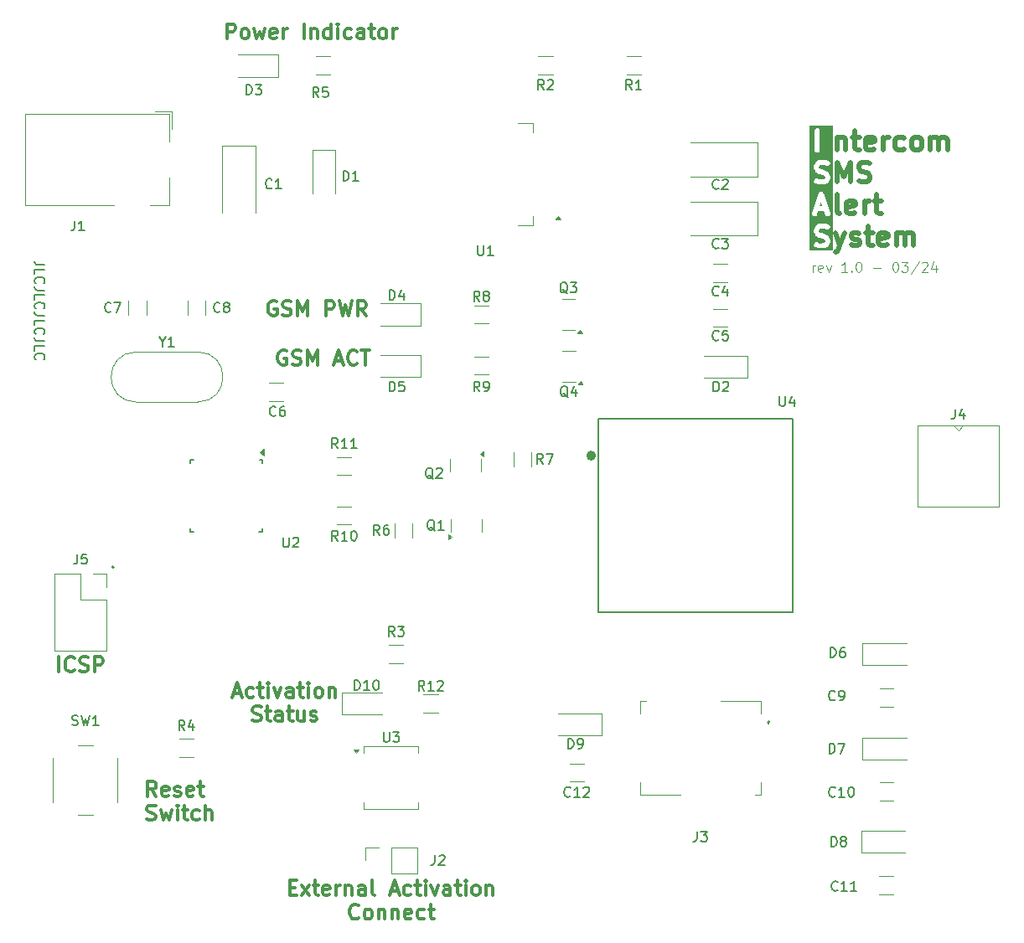
<source format=gbr>
%TF.GenerationSoftware,KiCad,Pcbnew,8.0.0*%
%TF.CreationDate,2024-03-04T22:35:08+02:00*%
%TF.ProjectId,Intercom_SMS_Sender,496e7465-7263-46f6-9d5f-534d535f5365,rev?*%
%TF.SameCoordinates,PX77ecaf0PY7735940*%
%TF.FileFunction,Legend,Top*%
%TF.FilePolarity,Positive*%
%FSLAX46Y46*%
G04 Gerber Fmt 4.6, Leading zero omitted, Abs format (unit mm)*
G04 Created by KiCad (PCBNEW 8.0.0) date 2024-03-04 22:35:08*
%MOMM*%
%LPD*%
G01*
G04 APERTURE LIST*
%ADD10C,0.300000*%
%ADD11C,0.500000*%
%ADD12C,0.125000*%
%ADD13C,0.200000*%
%ADD14C,0.160000*%
%ADD15C,0.150000*%
%ADD16C,0.120000*%
%ADD17C,0.100000*%
%ADD18C,0.127000*%
G04 APERTURE END LIST*
D10*
X27249999Y5399802D02*
X27749999Y5399802D01*
X27964285Y4614088D02*
X27249999Y4614088D01*
X27249999Y4614088D02*
X27249999Y6114088D01*
X27249999Y6114088D02*
X27964285Y6114088D01*
X28464285Y4614088D02*
X29250000Y5614088D01*
X28464285Y5614088D02*
X29250000Y4614088D01*
X29607143Y5614088D02*
X30178571Y5614088D01*
X29821428Y6114088D02*
X29821428Y4828374D01*
X29821428Y4828374D02*
X29892857Y4685516D01*
X29892857Y4685516D02*
X30035714Y4614088D01*
X30035714Y4614088D02*
X30178571Y4614088D01*
X31250000Y4685516D02*
X31107143Y4614088D01*
X31107143Y4614088D02*
X30821429Y4614088D01*
X30821429Y4614088D02*
X30678571Y4685516D01*
X30678571Y4685516D02*
X30607143Y4828374D01*
X30607143Y4828374D02*
X30607143Y5399802D01*
X30607143Y5399802D02*
X30678571Y5542659D01*
X30678571Y5542659D02*
X30821429Y5614088D01*
X30821429Y5614088D02*
X31107143Y5614088D01*
X31107143Y5614088D02*
X31250000Y5542659D01*
X31250000Y5542659D02*
X31321429Y5399802D01*
X31321429Y5399802D02*
X31321429Y5256945D01*
X31321429Y5256945D02*
X30607143Y5114088D01*
X31964285Y4614088D02*
X31964285Y5614088D01*
X31964285Y5328374D02*
X32035714Y5471231D01*
X32035714Y5471231D02*
X32107143Y5542659D01*
X32107143Y5542659D02*
X32250000Y5614088D01*
X32250000Y5614088D02*
X32392857Y5614088D01*
X32892856Y5614088D02*
X32892856Y4614088D01*
X32892856Y5471231D02*
X32964285Y5542659D01*
X32964285Y5542659D02*
X33107142Y5614088D01*
X33107142Y5614088D02*
X33321428Y5614088D01*
X33321428Y5614088D02*
X33464285Y5542659D01*
X33464285Y5542659D02*
X33535714Y5399802D01*
X33535714Y5399802D02*
X33535714Y4614088D01*
X34892857Y4614088D02*
X34892857Y5399802D01*
X34892857Y5399802D02*
X34821428Y5542659D01*
X34821428Y5542659D02*
X34678571Y5614088D01*
X34678571Y5614088D02*
X34392857Y5614088D01*
X34392857Y5614088D02*
X34249999Y5542659D01*
X34892857Y4685516D02*
X34749999Y4614088D01*
X34749999Y4614088D02*
X34392857Y4614088D01*
X34392857Y4614088D02*
X34249999Y4685516D01*
X34249999Y4685516D02*
X34178571Y4828374D01*
X34178571Y4828374D02*
X34178571Y4971231D01*
X34178571Y4971231D02*
X34249999Y5114088D01*
X34249999Y5114088D02*
X34392857Y5185516D01*
X34392857Y5185516D02*
X34749999Y5185516D01*
X34749999Y5185516D02*
X34892857Y5256945D01*
X35821428Y4614088D02*
X35678571Y4685516D01*
X35678571Y4685516D02*
X35607142Y4828374D01*
X35607142Y4828374D02*
X35607142Y6114088D01*
X37464285Y5042659D02*
X38178571Y5042659D01*
X37321428Y4614088D02*
X37821428Y6114088D01*
X37821428Y6114088D02*
X38321428Y4614088D01*
X39464285Y4685516D02*
X39321427Y4614088D01*
X39321427Y4614088D02*
X39035713Y4614088D01*
X39035713Y4614088D02*
X38892856Y4685516D01*
X38892856Y4685516D02*
X38821427Y4756945D01*
X38821427Y4756945D02*
X38749999Y4899802D01*
X38749999Y4899802D02*
X38749999Y5328374D01*
X38749999Y5328374D02*
X38821427Y5471231D01*
X38821427Y5471231D02*
X38892856Y5542659D01*
X38892856Y5542659D02*
X39035713Y5614088D01*
X39035713Y5614088D02*
X39321427Y5614088D01*
X39321427Y5614088D02*
X39464285Y5542659D01*
X39892856Y5614088D02*
X40464284Y5614088D01*
X40107141Y6114088D02*
X40107141Y4828374D01*
X40107141Y4828374D02*
X40178570Y4685516D01*
X40178570Y4685516D02*
X40321427Y4614088D01*
X40321427Y4614088D02*
X40464284Y4614088D01*
X40964284Y4614088D02*
X40964284Y5614088D01*
X40964284Y6114088D02*
X40892856Y6042659D01*
X40892856Y6042659D02*
X40964284Y5971231D01*
X40964284Y5971231D02*
X41035713Y6042659D01*
X41035713Y6042659D02*
X40964284Y6114088D01*
X40964284Y6114088D02*
X40964284Y5971231D01*
X41535713Y5614088D02*
X41892856Y4614088D01*
X41892856Y4614088D02*
X42249999Y5614088D01*
X43464285Y4614088D02*
X43464285Y5399802D01*
X43464285Y5399802D02*
X43392856Y5542659D01*
X43392856Y5542659D02*
X43249999Y5614088D01*
X43249999Y5614088D02*
X42964285Y5614088D01*
X42964285Y5614088D02*
X42821427Y5542659D01*
X43464285Y4685516D02*
X43321427Y4614088D01*
X43321427Y4614088D02*
X42964285Y4614088D01*
X42964285Y4614088D02*
X42821427Y4685516D01*
X42821427Y4685516D02*
X42749999Y4828374D01*
X42749999Y4828374D02*
X42749999Y4971231D01*
X42749999Y4971231D02*
X42821427Y5114088D01*
X42821427Y5114088D02*
X42964285Y5185516D01*
X42964285Y5185516D02*
X43321427Y5185516D01*
X43321427Y5185516D02*
X43464285Y5256945D01*
X43964285Y5614088D02*
X44535713Y5614088D01*
X44178570Y6114088D02*
X44178570Y4828374D01*
X44178570Y4828374D02*
X44249999Y4685516D01*
X44249999Y4685516D02*
X44392856Y4614088D01*
X44392856Y4614088D02*
X44535713Y4614088D01*
X45035713Y4614088D02*
X45035713Y5614088D01*
X45035713Y6114088D02*
X44964285Y6042659D01*
X44964285Y6042659D02*
X45035713Y5971231D01*
X45035713Y5971231D02*
X45107142Y6042659D01*
X45107142Y6042659D02*
X45035713Y6114088D01*
X45035713Y6114088D02*
X45035713Y5971231D01*
X45964285Y4614088D02*
X45821428Y4685516D01*
X45821428Y4685516D02*
X45749999Y4756945D01*
X45749999Y4756945D02*
X45678571Y4899802D01*
X45678571Y4899802D02*
X45678571Y5328374D01*
X45678571Y5328374D02*
X45749999Y5471231D01*
X45749999Y5471231D02*
X45821428Y5542659D01*
X45821428Y5542659D02*
X45964285Y5614088D01*
X45964285Y5614088D02*
X46178571Y5614088D01*
X46178571Y5614088D02*
X46321428Y5542659D01*
X46321428Y5542659D02*
X46392857Y5471231D01*
X46392857Y5471231D02*
X46464285Y5328374D01*
X46464285Y5328374D02*
X46464285Y4899802D01*
X46464285Y4899802D02*
X46392857Y4756945D01*
X46392857Y4756945D02*
X46321428Y4685516D01*
X46321428Y4685516D02*
X46178571Y4614088D01*
X46178571Y4614088D02*
X45964285Y4614088D01*
X47107142Y5614088D02*
X47107142Y4614088D01*
X47107142Y5471231D02*
X47178571Y5542659D01*
X47178571Y5542659D02*
X47321428Y5614088D01*
X47321428Y5614088D02*
X47535714Y5614088D01*
X47535714Y5614088D02*
X47678571Y5542659D01*
X47678571Y5542659D02*
X47750000Y5399802D01*
X47750000Y5399802D02*
X47750000Y4614088D01*
X34214285Y2342029D02*
X34142857Y2270600D01*
X34142857Y2270600D02*
X33928571Y2199172D01*
X33928571Y2199172D02*
X33785714Y2199172D01*
X33785714Y2199172D02*
X33571428Y2270600D01*
X33571428Y2270600D02*
X33428571Y2413458D01*
X33428571Y2413458D02*
X33357142Y2556315D01*
X33357142Y2556315D02*
X33285714Y2842029D01*
X33285714Y2842029D02*
X33285714Y3056315D01*
X33285714Y3056315D02*
X33357142Y3342029D01*
X33357142Y3342029D02*
X33428571Y3484886D01*
X33428571Y3484886D02*
X33571428Y3627743D01*
X33571428Y3627743D02*
X33785714Y3699172D01*
X33785714Y3699172D02*
X33928571Y3699172D01*
X33928571Y3699172D02*
X34142857Y3627743D01*
X34142857Y3627743D02*
X34214285Y3556315D01*
X35071428Y2199172D02*
X34928571Y2270600D01*
X34928571Y2270600D02*
X34857142Y2342029D01*
X34857142Y2342029D02*
X34785714Y2484886D01*
X34785714Y2484886D02*
X34785714Y2913458D01*
X34785714Y2913458D02*
X34857142Y3056315D01*
X34857142Y3056315D02*
X34928571Y3127743D01*
X34928571Y3127743D02*
X35071428Y3199172D01*
X35071428Y3199172D02*
X35285714Y3199172D01*
X35285714Y3199172D02*
X35428571Y3127743D01*
X35428571Y3127743D02*
X35500000Y3056315D01*
X35500000Y3056315D02*
X35571428Y2913458D01*
X35571428Y2913458D02*
X35571428Y2484886D01*
X35571428Y2484886D02*
X35500000Y2342029D01*
X35500000Y2342029D02*
X35428571Y2270600D01*
X35428571Y2270600D02*
X35285714Y2199172D01*
X35285714Y2199172D02*
X35071428Y2199172D01*
X36214285Y3199172D02*
X36214285Y2199172D01*
X36214285Y3056315D02*
X36285714Y3127743D01*
X36285714Y3127743D02*
X36428571Y3199172D01*
X36428571Y3199172D02*
X36642857Y3199172D01*
X36642857Y3199172D02*
X36785714Y3127743D01*
X36785714Y3127743D02*
X36857143Y2984886D01*
X36857143Y2984886D02*
X36857143Y2199172D01*
X37571428Y3199172D02*
X37571428Y2199172D01*
X37571428Y3056315D02*
X37642857Y3127743D01*
X37642857Y3127743D02*
X37785714Y3199172D01*
X37785714Y3199172D02*
X38000000Y3199172D01*
X38000000Y3199172D02*
X38142857Y3127743D01*
X38142857Y3127743D02*
X38214286Y2984886D01*
X38214286Y2984886D02*
X38214286Y2199172D01*
X39500000Y2270600D02*
X39357143Y2199172D01*
X39357143Y2199172D02*
X39071429Y2199172D01*
X39071429Y2199172D02*
X38928571Y2270600D01*
X38928571Y2270600D02*
X38857143Y2413458D01*
X38857143Y2413458D02*
X38857143Y2984886D01*
X38857143Y2984886D02*
X38928571Y3127743D01*
X38928571Y3127743D02*
X39071429Y3199172D01*
X39071429Y3199172D02*
X39357143Y3199172D01*
X39357143Y3199172D02*
X39500000Y3127743D01*
X39500000Y3127743D02*
X39571429Y2984886D01*
X39571429Y2984886D02*
X39571429Y2842029D01*
X39571429Y2842029D02*
X38857143Y2699172D01*
X40857143Y2270600D02*
X40714285Y2199172D01*
X40714285Y2199172D02*
X40428571Y2199172D01*
X40428571Y2199172D02*
X40285714Y2270600D01*
X40285714Y2270600D02*
X40214285Y2342029D01*
X40214285Y2342029D02*
X40142857Y2484886D01*
X40142857Y2484886D02*
X40142857Y2913458D01*
X40142857Y2913458D02*
X40214285Y3056315D01*
X40214285Y3056315D02*
X40285714Y3127743D01*
X40285714Y3127743D02*
X40428571Y3199172D01*
X40428571Y3199172D02*
X40714285Y3199172D01*
X40714285Y3199172D02*
X40857143Y3127743D01*
X41285714Y3199172D02*
X41857142Y3199172D01*
X41499999Y3699172D02*
X41499999Y2413458D01*
X41499999Y2413458D02*
X41571428Y2270600D01*
X41571428Y2270600D02*
X41714285Y2199172D01*
X41714285Y2199172D02*
X41857142Y2199172D01*
X21571428Y25042659D02*
X22285714Y25042659D01*
X21428571Y24614088D02*
X21928571Y26114088D01*
X21928571Y26114088D02*
X22428571Y24614088D01*
X23571428Y24685516D02*
X23428570Y24614088D01*
X23428570Y24614088D02*
X23142856Y24614088D01*
X23142856Y24614088D02*
X22999999Y24685516D01*
X22999999Y24685516D02*
X22928570Y24756945D01*
X22928570Y24756945D02*
X22857142Y24899802D01*
X22857142Y24899802D02*
X22857142Y25328374D01*
X22857142Y25328374D02*
X22928570Y25471231D01*
X22928570Y25471231D02*
X22999999Y25542659D01*
X22999999Y25542659D02*
X23142856Y25614088D01*
X23142856Y25614088D02*
X23428570Y25614088D01*
X23428570Y25614088D02*
X23571428Y25542659D01*
X23999999Y25614088D02*
X24571427Y25614088D01*
X24214284Y26114088D02*
X24214284Y24828374D01*
X24214284Y24828374D02*
X24285713Y24685516D01*
X24285713Y24685516D02*
X24428570Y24614088D01*
X24428570Y24614088D02*
X24571427Y24614088D01*
X25071427Y24614088D02*
X25071427Y25614088D01*
X25071427Y26114088D02*
X24999999Y26042659D01*
X24999999Y26042659D02*
X25071427Y25971231D01*
X25071427Y25971231D02*
X25142856Y26042659D01*
X25142856Y26042659D02*
X25071427Y26114088D01*
X25071427Y26114088D02*
X25071427Y25971231D01*
X25642856Y25614088D02*
X25999999Y24614088D01*
X25999999Y24614088D02*
X26357142Y25614088D01*
X27571428Y24614088D02*
X27571428Y25399802D01*
X27571428Y25399802D02*
X27499999Y25542659D01*
X27499999Y25542659D02*
X27357142Y25614088D01*
X27357142Y25614088D02*
X27071428Y25614088D01*
X27071428Y25614088D02*
X26928570Y25542659D01*
X27571428Y24685516D02*
X27428570Y24614088D01*
X27428570Y24614088D02*
X27071428Y24614088D01*
X27071428Y24614088D02*
X26928570Y24685516D01*
X26928570Y24685516D02*
X26857142Y24828374D01*
X26857142Y24828374D02*
X26857142Y24971231D01*
X26857142Y24971231D02*
X26928570Y25114088D01*
X26928570Y25114088D02*
X27071428Y25185516D01*
X27071428Y25185516D02*
X27428570Y25185516D01*
X27428570Y25185516D02*
X27571428Y25256945D01*
X28071428Y25614088D02*
X28642856Y25614088D01*
X28285713Y26114088D02*
X28285713Y24828374D01*
X28285713Y24828374D02*
X28357142Y24685516D01*
X28357142Y24685516D02*
X28499999Y24614088D01*
X28499999Y24614088D02*
X28642856Y24614088D01*
X29142856Y24614088D02*
X29142856Y25614088D01*
X29142856Y26114088D02*
X29071428Y26042659D01*
X29071428Y26042659D02*
X29142856Y25971231D01*
X29142856Y25971231D02*
X29214285Y26042659D01*
X29214285Y26042659D02*
X29142856Y26114088D01*
X29142856Y26114088D02*
X29142856Y25971231D01*
X30071428Y24614088D02*
X29928571Y24685516D01*
X29928571Y24685516D02*
X29857142Y24756945D01*
X29857142Y24756945D02*
X29785714Y24899802D01*
X29785714Y24899802D02*
X29785714Y25328374D01*
X29785714Y25328374D02*
X29857142Y25471231D01*
X29857142Y25471231D02*
X29928571Y25542659D01*
X29928571Y25542659D02*
X30071428Y25614088D01*
X30071428Y25614088D02*
X30285714Y25614088D01*
X30285714Y25614088D02*
X30428571Y25542659D01*
X30428571Y25542659D02*
X30500000Y25471231D01*
X30500000Y25471231D02*
X30571428Y25328374D01*
X30571428Y25328374D02*
X30571428Y24899802D01*
X30571428Y24899802D02*
X30500000Y24756945D01*
X30500000Y24756945D02*
X30428571Y24685516D01*
X30428571Y24685516D02*
X30285714Y24614088D01*
X30285714Y24614088D02*
X30071428Y24614088D01*
X31214285Y25614088D02*
X31214285Y24614088D01*
X31214285Y25471231D02*
X31285714Y25542659D01*
X31285714Y25542659D02*
X31428571Y25614088D01*
X31428571Y25614088D02*
X31642857Y25614088D01*
X31642857Y25614088D02*
X31785714Y25542659D01*
X31785714Y25542659D02*
X31857143Y25399802D01*
X31857143Y25399802D02*
X31857143Y24614088D01*
X23500000Y22270600D02*
X23714286Y22199172D01*
X23714286Y22199172D02*
X24071428Y22199172D01*
X24071428Y22199172D02*
X24214286Y22270600D01*
X24214286Y22270600D02*
X24285714Y22342029D01*
X24285714Y22342029D02*
X24357143Y22484886D01*
X24357143Y22484886D02*
X24357143Y22627743D01*
X24357143Y22627743D02*
X24285714Y22770600D01*
X24285714Y22770600D02*
X24214286Y22842029D01*
X24214286Y22842029D02*
X24071428Y22913458D01*
X24071428Y22913458D02*
X23785714Y22984886D01*
X23785714Y22984886D02*
X23642857Y23056315D01*
X23642857Y23056315D02*
X23571428Y23127743D01*
X23571428Y23127743D02*
X23500000Y23270600D01*
X23500000Y23270600D02*
X23500000Y23413458D01*
X23500000Y23413458D02*
X23571428Y23556315D01*
X23571428Y23556315D02*
X23642857Y23627743D01*
X23642857Y23627743D02*
X23785714Y23699172D01*
X23785714Y23699172D02*
X24142857Y23699172D01*
X24142857Y23699172D02*
X24357143Y23627743D01*
X24785714Y23199172D02*
X25357142Y23199172D01*
X24999999Y23699172D02*
X24999999Y22413458D01*
X24999999Y22413458D02*
X25071428Y22270600D01*
X25071428Y22270600D02*
X25214285Y22199172D01*
X25214285Y22199172D02*
X25357142Y22199172D01*
X26500000Y22199172D02*
X26500000Y22984886D01*
X26500000Y22984886D02*
X26428571Y23127743D01*
X26428571Y23127743D02*
X26285714Y23199172D01*
X26285714Y23199172D02*
X26000000Y23199172D01*
X26000000Y23199172D02*
X25857142Y23127743D01*
X26500000Y22270600D02*
X26357142Y22199172D01*
X26357142Y22199172D02*
X26000000Y22199172D01*
X26000000Y22199172D02*
X25857142Y22270600D01*
X25857142Y22270600D02*
X25785714Y22413458D01*
X25785714Y22413458D02*
X25785714Y22556315D01*
X25785714Y22556315D02*
X25857142Y22699172D01*
X25857142Y22699172D02*
X26000000Y22770600D01*
X26000000Y22770600D02*
X26357142Y22770600D01*
X26357142Y22770600D02*
X26500000Y22842029D01*
X27000000Y23199172D02*
X27571428Y23199172D01*
X27214285Y23699172D02*
X27214285Y22413458D01*
X27214285Y22413458D02*
X27285714Y22270600D01*
X27285714Y22270600D02*
X27428571Y22199172D01*
X27428571Y22199172D02*
X27571428Y22199172D01*
X28714286Y23199172D02*
X28714286Y22199172D01*
X28071428Y23199172D02*
X28071428Y22413458D01*
X28071428Y22413458D02*
X28142857Y22270600D01*
X28142857Y22270600D02*
X28285714Y22199172D01*
X28285714Y22199172D02*
X28500000Y22199172D01*
X28500000Y22199172D02*
X28642857Y22270600D01*
X28642857Y22270600D02*
X28714286Y22342029D01*
X29357143Y22270600D02*
X29500000Y22199172D01*
X29500000Y22199172D02*
X29785714Y22199172D01*
X29785714Y22199172D02*
X29928571Y22270600D01*
X29928571Y22270600D02*
X30000000Y22413458D01*
X30000000Y22413458D02*
X30000000Y22484886D01*
X30000000Y22484886D02*
X29928571Y22627743D01*
X29928571Y22627743D02*
X29785714Y22699172D01*
X29785714Y22699172D02*
X29571429Y22699172D01*
X29571429Y22699172D02*
X29428571Y22770600D01*
X29428571Y22770600D02*
X29357143Y22913458D01*
X29357143Y22913458D02*
X29357143Y22984886D01*
X29357143Y22984886D02*
X29428571Y23127743D01*
X29428571Y23127743D02*
X29571429Y23199172D01*
X29571429Y23199172D02*
X29785714Y23199172D01*
X29785714Y23199172D02*
X29928571Y23127743D01*
D11*
G36*
X81068699Y74310431D02*
G01*
X80803562Y74309159D01*
X80935358Y74707503D01*
X81068699Y74310431D01*
G37*
G36*
X82102756Y69770762D02*
G01*
X79771386Y69770762D01*
X79771386Y71889810D01*
X80209899Y71889810D01*
X80213025Y71734095D01*
X80211862Y71730603D01*
X80213581Y71706406D01*
X80214703Y71650561D01*
X80218140Y71642263D01*
X80218777Y71633303D01*
X80236292Y71587531D01*
X80336462Y71396057D01*
X80347270Y71369966D01*
X80355110Y71360412D01*
X80357639Y71355579D01*
X80362626Y71351254D01*
X80378360Y71332081D01*
X80481008Y71234672D01*
X80497095Y71216123D01*
X80507370Y71209655D01*
X80511483Y71205752D01*
X80517585Y71203225D01*
X80538571Y71190014D01*
X80717475Y71104628D01*
X80734066Y71092335D01*
X80770528Y71079307D01*
X80774819Y71077259D01*
X80776617Y71077132D01*
X80780217Y71075845D01*
X81119773Y70994873D01*
X81259861Y70928013D01*
X81300194Y70889738D01*
X81353861Y70787157D01*
X81355337Y70713628D01*
X81307624Y70613655D01*
X81269351Y70573324D01*
X81167939Y70520270D01*
X80796577Y70516871D01*
X80491167Y70614037D01*
X80393867Y70607122D01*
X80306621Y70563499D01*
X80242709Y70489808D01*
X80211862Y70397268D01*
X80218777Y70299968D01*
X80262400Y70212722D01*
X80336091Y70148810D01*
X80380842Y70128829D01*
X80668440Y70037330D01*
X80696840Y70025566D01*
X80709260Y70024343D01*
X80714345Y70022725D01*
X80720931Y70023194D01*
X80745613Y70020762D01*
X81184378Y70024778D01*
X81190535Y70022725D01*
X81224588Y70025146D01*
X81270577Y70025566D01*
X81278875Y70029004D01*
X81287835Y70029640D01*
X81333607Y70047155D01*
X81525077Y70147324D01*
X81551173Y70158133D01*
X81560728Y70165975D01*
X81565559Y70168502D01*
X81569883Y70173488D01*
X81589058Y70189224D01*
X81686467Y70291873D01*
X81705016Y70307960D01*
X81711484Y70318236D01*
X81715387Y70322348D01*
X81717914Y70328451D01*
X81731125Y70349436D01*
X81807716Y70509916D01*
X81810623Y70512822D01*
X81820605Y70536922D01*
X81843878Y70585684D01*
X81844514Y70594644D01*
X81847952Y70602942D01*
X81852756Y70651715D01*
X81849629Y70807431D01*
X81850793Y70810922D01*
X81849073Y70835120D01*
X81847952Y70890964D01*
X81844514Y70899263D01*
X81843878Y70908222D01*
X81826363Y70953994D01*
X81726195Y71145462D01*
X81715386Y71171559D01*
X81707542Y71181117D01*
X81705016Y71185946D01*
X81700030Y71190270D01*
X81684295Y71209444D01*
X81581651Y71306849D01*
X81565559Y71325403D01*
X81555279Y71331874D01*
X81551172Y71335772D01*
X81545077Y71338297D01*
X81524084Y71351512D01*
X81345178Y71436897D01*
X81328589Y71449189D01*
X81292125Y71462218D01*
X81287835Y71464265D01*
X81286036Y71464393D01*
X81282437Y71465679D01*
X80942880Y71546653D01*
X80802793Y71613512D01*
X80762460Y71651787D01*
X80708793Y71754369D01*
X80707317Y71827899D01*
X80755029Y71927868D01*
X80793304Y71968201D01*
X80894715Y72021255D01*
X81266077Y72024654D01*
X81571488Y71927487D01*
X81668788Y71934402D01*
X81756034Y71978025D01*
X81819946Y72051716D01*
X81850793Y72144256D01*
X81843878Y72241556D01*
X81800255Y72328802D01*
X81726564Y72392714D01*
X81681813Y72412695D01*
X81394214Y72504195D01*
X81365815Y72515958D01*
X81353394Y72517182D01*
X81348310Y72518799D01*
X81341723Y72518331D01*
X81317042Y72520762D01*
X80878276Y72516747D01*
X80872120Y72518799D01*
X80838066Y72516379D01*
X80792078Y72515958D01*
X80783779Y72512521D01*
X80774820Y72511884D01*
X80729048Y72494369D01*
X80537580Y72394202D01*
X80511483Y72383392D01*
X80501925Y72375549D01*
X80497096Y72373022D01*
X80492772Y72368037D01*
X80473598Y72352301D01*
X80376193Y72249658D01*
X80357639Y72233565D01*
X80351168Y72223286D01*
X80347270Y72219178D01*
X80344745Y72213084D01*
X80331530Y72192090D01*
X80254938Y72031610D01*
X80252032Y72028703D01*
X80242050Y72004605D01*
X80218777Y71955841D01*
X80218140Y71946882D01*
X80214703Y71938583D01*
X80209899Y71889810D01*
X79771386Y71889810D01*
X79771386Y73521918D01*
X80021386Y73521918D01*
X80028301Y73424618D01*
X80071924Y73337372D01*
X80145615Y73273460D01*
X80238155Y73242613D01*
X80335455Y73249528D01*
X80422701Y73293151D01*
X80486613Y73366842D01*
X80506594Y73411593D01*
X80639383Y73812941D01*
X81234802Y73815798D01*
X81385566Y73366842D01*
X81449478Y73293151D01*
X81536724Y73249528D01*
X81634024Y73242613D01*
X81726564Y73273460D01*
X81800255Y73337372D01*
X81843878Y73424618D01*
X81850793Y73521918D01*
X81839927Y73569707D01*
X81178427Y75539571D01*
X81177211Y75556682D01*
X81163415Y75584274D01*
X81153279Y75614458D01*
X81141576Y75627952D01*
X81133588Y75643928D01*
X81109906Y75664468D01*
X81089367Y75688149D01*
X81073390Y75696138D01*
X81059897Y75707840D01*
X81030160Y75717753D01*
X81002121Y75731772D01*
X80984302Y75733039D01*
X80967357Y75738687D01*
X80936089Y75736465D01*
X80904821Y75738687D01*
X80887875Y75733039D01*
X80870057Y75731772D01*
X80842017Y75717753D01*
X80812281Y75707840D01*
X80798787Y75696138D01*
X80782811Y75688149D01*
X80762271Y75664468D01*
X80738590Y75643928D01*
X80730601Y75627952D01*
X80718899Y75614458D01*
X80698918Y75569707D01*
X80222345Y74129302D01*
X80214703Y74110852D01*
X80214703Y74106204D01*
X80021386Y73521918D01*
X79771386Y73521918D01*
X79771386Y78329586D01*
X80209899Y78329586D01*
X80213025Y78173871D01*
X80211862Y78170379D01*
X80213581Y78146182D01*
X80214703Y78090337D01*
X80218140Y78082039D01*
X80218777Y78073079D01*
X80236292Y78027307D01*
X80336462Y77835833D01*
X80347270Y77809742D01*
X80355110Y77800188D01*
X80357639Y77795355D01*
X80362626Y77791030D01*
X80378360Y77771857D01*
X80481008Y77674448D01*
X80497095Y77655899D01*
X80507370Y77649431D01*
X80511483Y77645528D01*
X80517585Y77643001D01*
X80538571Y77629790D01*
X80717475Y77544404D01*
X80734066Y77532111D01*
X80770528Y77519083D01*
X80774819Y77517035D01*
X80776617Y77516908D01*
X80780217Y77515621D01*
X81119773Y77434649D01*
X81259861Y77367789D01*
X81300194Y77329514D01*
X81353861Y77226933D01*
X81355337Y77153404D01*
X81307624Y77053431D01*
X81269351Y77013100D01*
X81167939Y76960046D01*
X80796577Y76956647D01*
X80491167Y77053813D01*
X80393867Y77046898D01*
X80306621Y77003275D01*
X80242709Y76929584D01*
X80211862Y76837044D01*
X80218777Y76739744D01*
X80262400Y76652498D01*
X80336091Y76588586D01*
X80380842Y76568605D01*
X80668440Y76477106D01*
X80696840Y76465342D01*
X80709260Y76464119D01*
X80714345Y76462501D01*
X80720931Y76462970D01*
X80745613Y76460538D01*
X81184378Y76464554D01*
X81190535Y76462501D01*
X81224588Y76464922D01*
X81270577Y76465342D01*
X81278875Y76468780D01*
X81287835Y76469416D01*
X81333607Y76486931D01*
X81525077Y76587100D01*
X81551173Y76597909D01*
X81560728Y76605751D01*
X81565559Y76608278D01*
X81569883Y76613264D01*
X81589058Y76629000D01*
X81686467Y76731649D01*
X81705016Y76747736D01*
X81711484Y76758012D01*
X81715387Y76762124D01*
X81717914Y76768227D01*
X81731125Y76789212D01*
X81807716Y76949692D01*
X81810623Y76952598D01*
X81820605Y76976698D01*
X81843878Y77025460D01*
X81844514Y77034420D01*
X81847952Y77042718D01*
X81852756Y77091491D01*
X81849629Y77247207D01*
X81850793Y77250698D01*
X81849073Y77274896D01*
X81847952Y77330740D01*
X81844514Y77339039D01*
X81843878Y77347998D01*
X81826363Y77393770D01*
X81726195Y77585238D01*
X81715386Y77611335D01*
X81707542Y77620893D01*
X81705016Y77625722D01*
X81700030Y77630046D01*
X81684295Y77649220D01*
X81581651Y77746625D01*
X81565559Y77765179D01*
X81555279Y77771650D01*
X81551172Y77775548D01*
X81545077Y77778073D01*
X81524084Y77791288D01*
X81345178Y77876673D01*
X81328589Y77888965D01*
X81292125Y77901994D01*
X81287835Y77904041D01*
X81286036Y77904169D01*
X81282437Y77905455D01*
X80942880Y77986429D01*
X80802793Y78053288D01*
X80762460Y78091563D01*
X80708793Y78194145D01*
X80707317Y78267675D01*
X80755029Y78367644D01*
X80793304Y78407977D01*
X80894715Y78461031D01*
X81266077Y78464430D01*
X81571488Y78367263D01*
X81668788Y78374178D01*
X81756034Y78417801D01*
X81819946Y78491492D01*
X81850793Y78584032D01*
X81843878Y78681332D01*
X81800255Y78768578D01*
X81726564Y78832490D01*
X81681813Y78852471D01*
X81394214Y78943971D01*
X81365815Y78955734D01*
X81353394Y78956958D01*
X81348310Y78958575D01*
X81341723Y78958107D01*
X81317042Y78960538D01*
X80878276Y78956523D01*
X80872120Y78958575D01*
X80838066Y78956155D01*
X80792078Y78955734D01*
X80783779Y78952297D01*
X80774820Y78951660D01*
X80729048Y78934145D01*
X80537580Y78833978D01*
X80511483Y78823168D01*
X80501925Y78815325D01*
X80497096Y78812798D01*
X80492772Y78807813D01*
X80473598Y78792077D01*
X80376193Y78689434D01*
X80357639Y78673341D01*
X80351168Y78663062D01*
X80347270Y78658954D01*
X80344745Y78652860D01*
X80331530Y78631866D01*
X80254938Y78471386D01*
X80252032Y78468479D01*
X80242050Y78444381D01*
X80218777Y78395617D01*
X80218140Y78386658D01*
X80214703Y78378359D01*
X80209899Y78329586D01*
X79771386Y78329586D01*
X79771386Y81930426D01*
X80305137Y81930426D01*
X80309941Y79881653D01*
X80347270Y79791533D01*
X80416244Y79722559D01*
X80506364Y79685230D01*
X80603910Y79685230D01*
X80694030Y79722559D01*
X80763004Y79791533D01*
X80800333Y79881653D01*
X80805137Y79930426D01*
X80800333Y81979199D01*
X80763004Y82069319D01*
X80694030Y82138293D01*
X80603910Y82175622D01*
X80506364Y82175622D01*
X80416244Y82138293D01*
X80347270Y82069319D01*
X80309941Y81979199D01*
X80305137Y81930426D01*
X79771386Y81930426D01*
X79771386Y82425622D01*
X82102756Y82425622D01*
X82102756Y69770762D01*
G37*
D10*
X13761653Y14614088D02*
X13261653Y15328374D01*
X12904510Y14614088D02*
X12904510Y16114088D01*
X12904510Y16114088D02*
X13475939Y16114088D01*
X13475939Y16114088D02*
X13618796Y16042659D01*
X13618796Y16042659D02*
X13690225Y15971231D01*
X13690225Y15971231D02*
X13761653Y15828374D01*
X13761653Y15828374D02*
X13761653Y15614088D01*
X13761653Y15614088D02*
X13690225Y15471231D01*
X13690225Y15471231D02*
X13618796Y15399802D01*
X13618796Y15399802D02*
X13475939Y15328374D01*
X13475939Y15328374D02*
X12904510Y15328374D01*
X14975939Y14685516D02*
X14833082Y14614088D01*
X14833082Y14614088D02*
X14547368Y14614088D01*
X14547368Y14614088D02*
X14404510Y14685516D01*
X14404510Y14685516D02*
X14333082Y14828374D01*
X14333082Y14828374D02*
X14333082Y15399802D01*
X14333082Y15399802D02*
X14404510Y15542659D01*
X14404510Y15542659D02*
X14547368Y15614088D01*
X14547368Y15614088D02*
X14833082Y15614088D01*
X14833082Y15614088D02*
X14975939Y15542659D01*
X14975939Y15542659D02*
X15047368Y15399802D01*
X15047368Y15399802D02*
X15047368Y15256945D01*
X15047368Y15256945D02*
X14333082Y15114088D01*
X15618796Y14685516D02*
X15761653Y14614088D01*
X15761653Y14614088D02*
X16047367Y14614088D01*
X16047367Y14614088D02*
X16190224Y14685516D01*
X16190224Y14685516D02*
X16261653Y14828374D01*
X16261653Y14828374D02*
X16261653Y14899802D01*
X16261653Y14899802D02*
X16190224Y15042659D01*
X16190224Y15042659D02*
X16047367Y15114088D01*
X16047367Y15114088D02*
X15833082Y15114088D01*
X15833082Y15114088D02*
X15690224Y15185516D01*
X15690224Y15185516D02*
X15618796Y15328374D01*
X15618796Y15328374D02*
X15618796Y15399802D01*
X15618796Y15399802D02*
X15690224Y15542659D01*
X15690224Y15542659D02*
X15833082Y15614088D01*
X15833082Y15614088D02*
X16047367Y15614088D01*
X16047367Y15614088D02*
X16190224Y15542659D01*
X17475939Y14685516D02*
X17333082Y14614088D01*
X17333082Y14614088D02*
X17047368Y14614088D01*
X17047368Y14614088D02*
X16904510Y14685516D01*
X16904510Y14685516D02*
X16833082Y14828374D01*
X16833082Y14828374D02*
X16833082Y15399802D01*
X16833082Y15399802D02*
X16904510Y15542659D01*
X16904510Y15542659D02*
X17047368Y15614088D01*
X17047368Y15614088D02*
X17333082Y15614088D01*
X17333082Y15614088D02*
X17475939Y15542659D01*
X17475939Y15542659D02*
X17547368Y15399802D01*
X17547368Y15399802D02*
X17547368Y15256945D01*
X17547368Y15256945D02*
X16833082Y15114088D01*
X17975939Y15614088D02*
X18547367Y15614088D01*
X18190224Y16114088D02*
X18190224Y14828374D01*
X18190224Y14828374D02*
X18261653Y14685516D01*
X18261653Y14685516D02*
X18404510Y14614088D01*
X18404510Y14614088D02*
X18547367Y14614088D01*
X12833082Y12270600D02*
X13047368Y12199172D01*
X13047368Y12199172D02*
X13404510Y12199172D01*
X13404510Y12199172D02*
X13547368Y12270600D01*
X13547368Y12270600D02*
X13618796Y12342029D01*
X13618796Y12342029D02*
X13690225Y12484886D01*
X13690225Y12484886D02*
X13690225Y12627743D01*
X13690225Y12627743D02*
X13618796Y12770600D01*
X13618796Y12770600D02*
X13547368Y12842029D01*
X13547368Y12842029D02*
X13404510Y12913458D01*
X13404510Y12913458D02*
X13118796Y12984886D01*
X13118796Y12984886D02*
X12975939Y13056315D01*
X12975939Y13056315D02*
X12904510Y13127743D01*
X12904510Y13127743D02*
X12833082Y13270600D01*
X12833082Y13270600D02*
X12833082Y13413458D01*
X12833082Y13413458D02*
X12904510Y13556315D01*
X12904510Y13556315D02*
X12975939Y13627743D01*
X12975939Y13627743D02*
X13118796Y13699172D01*
X13118796Y13699172D02*
X13475939Y13699172D01*
X13475939Y13699172D02*
X13690225Y13627743D01*
X14190224Y13199172D02*
X14475939Y12199172D01*
X14475939Y12199172D02*
X14761653Y12913458D01*
X14761653Y12913458D02*
X15047367Y12199172D01*
X15047367Y12199172D02*
X15333081Y13199172D01*
X15904510Y12199172D02*
X15904510Y13199172D01*
X15904510Y13699172D02*
X15833082Y13627743D01*
X15833082Y13627743D02*
X15904510Y13556315D01*
X15904510Y13556315D02*
X15975939Y13627743D01*
X15975939Y13627743D02*
X15904510Y13699172D01*
X15904510Y13699172D02*
X15904510Y13556315D01*
X16404511Y13199172D02*
X16975939Y13199172D01*
X16618796Y13699172D02*
X16618796Y12413458D01*
X16618796Y12413458D02*
X16690225Y12270600D01*
X16690225Y12270600D02*
X16833082Y12199172D01*
X16833082Y12199172D02*
X16975939Y12199172D01*
X18118797Y12270600D02*
X17975939Y12199172D01*
X17975939Y12199172D02*
X17690225Y12199172D01*
X17690225Y12199172D02*
X17547368Y12270600D01*
X17547368Y12270600D02*
X17475939Y12342029D01*
X17475939Y12342029D02*
X17404511Y12484886D01*
X17404511Y12484886D02*
X17404511Y12913458D01*
X17404511Y12913458D02*
X17475939Y13056315D01*
X17475939Y13056315D02*
X17547368Y13127743D01*
X17547368Y13127743D02*
X17690225Y13199172D01*
X17690225Y13199172D02*
X17975939Y13199172D01*
X17975939Y13199172D02*
X18118797Y13127743D01*
X18761653Y12199172D02*
X18761653Y13699172D01*
X19404511Y12199172D02*
X19404511Y12984886D01*
X19404511Y12984886D02*
X19333082Y13127743D01*
X19333082Y13127743D02*
X19190225Y13199172D01*
X19190225Y13199172D02*
X18975939Y13199172D01*
X18975939Y13199172D02*
X18833082Y13127743D01*
X18833082Y13127743D02*
X18761653Y13056315D01*
X26897725Y59627743D02*
X26754868Y59699172D01*
X26754868Y59699172D02*
X26540582Y59699172D01*
X26540582Y59699172D02*
X26326296Y59627743D01*
X26326296Y59627743D02*
X26183439Y59484886D01*
X26183439Y59484886D02*
X26112010Y59342029D01*
X26112010Y59342029D02*
X26040582Y59056315D01*
X26040582Y59056315D02*
X26040582Y58842029D01*
X26040582Y58842029D02*
X26112010Y58556315D01*
X26112010Y58556315D02*
X26183439Y58413458D01*
X26183439Y58413458D02*
X26326296Y58270600D01*
X26326296Y58270600D02*
X26540582Y58199172D01*
X26540582Y58199172D02*
X26683439Y58199172D01*
X26683439Y58199172D02*
X26897725Y58270600D01*
X26897725Y58270600D02*
X26969153Y58342029D01*
X26969153Y58342029D02*
X26969153Y58842029D01*
X26969153Y58842029D02*
X26683439Y58842029D01*
X27540582Y58270600D02*
X27754868Y58199172D01*
X27754868Y58199172D02*
X28112010Y58199172D01*
X28112010Y58199172D02*
X28254868Y58270600D01*
X28254868Y58270600D02*
X28326296Y58342029D01*
X28326296Y58342029D02*
X28397725Y58484886D01*
X28397725Y58484886D02*
X28397725Y58627743D01*
X28397725Y58627743D02*
X28326296Y58770600D01*
X28326296Y58770600D02*
X28254868Y58842029D01*
X28254868Y58842029D02*
X28112010Y58913458D01*
X28112010Y58913458D02*
X27826296Y58984886D01*
X27826296Y58984886D02*
X27683439Y59056315D01*
X27683439Y59056315D02*
X27612010Y59127743D01*
X27612010Y59127743D02*
X27540582Y59270600D01*
X27540582Y59270600D02*
X27540582Y59413458D01*
X27540582Y59413458D02*
X27612010Y59556315D01*
X27612010Y59556315D02*
X27683439Y59627743D01*
X27683439Y59627743D02*
X27826296Y59699172D01*
X27826296Y59699172D02*
X28183439Y59699172D01*
X28183439Y59699172D02*
X28397725Y59627743D01*
X29040581Y58199172D02*
X29040581Y59699172D01*
X29040581Y59699172D02*
X29540581Y58627743D01*
X29540581Y58627743D02*
X30040581Y59699172D01*
X30040581Y59699172D02*
X30040581Y58199172D01*
X31826296Y58627743D02*
X32540582Y58627743D01*
X31683439Y58199172D02*
X32183439Y59699172D01*
X32183439Y59699172D02*
X32683439Y58199172D01*
X34040581Y58342029D02*
X33969153Y58270600D01*
X33969153Y58270600D02*
X33754867Y58199172D01*
X33754867Y58199172D02*
X33612010Y58199172D01*
X33612010Y58199172D02*
X33397724Y58270600D01*
X33397724Y58270600D02*
X33254867Y58413458D01*
X33254867Y58413458D02*
X33183438Y58556315D01*
X33183438Y58556315D02*
X33112010Y58842029D01*
X33112010Y58842029D02*
X33112010Y59056315D01*
X33112010Y59056315D02*
X33183438Y59342029D01*
X33183438Y59342029D02*
X33254867Y59484886D01*
X33254867Y59484886D02*
X33397724Y59627743D01*
X33397724Y59627743D02*
X33612010Y59699172D01*
X33612010Y59699172D02*
X33754867Y59699172D01*
X33754867Y59699172D02*
X33969153Y59627743D01*
X33969153Y59627743D02*
X34040581Y59556315D01*
X34469153Y59699172D02*
X35326296Y59699172D01*
X34897724Y58199172D02*
X34897724Y59699172D01*
X20904510Y91199172D02*
X20904510Y92699172D01*
X20904510Y92699172D02*
X21475939Y92699172D01*
X21475939Y92699172D02*
X21618796Y92627743D01*
X21618796Y92627743D02*
X21690225Y92556315D01*
X21690225Y92556315D02*
X21761653Y92413458D01*
X21761653Y92413458D02*
X21761653Y92199172D01*
X21761653Y92199172D02*
X21690225Y92056315D01*
X21690225Y92056315D02*
X21618796Y91984886D01*
X21618796Y91984886D02*
X21475939Y91913458D01*
X21475939Y91913458D02*
X20904510Y91913458D01*
X22618796Y91199172D02*
X22475939Y91270600D01*
X22475939Y91270600D02*
X22404510Y91342029D01*
X22404510Y91342029D02*
X22333082Y91484886D01*
X22333082Y91484886D02*
X22333082Y91913458D01*
X22333082Y91913458D02*
X22404510Y92056315D01*
X22404510Y92056315D02*
X22475939Y92127743D01*
X22475939Y92127743D02*
X22618796Y92199172D01*
X22618796Y92199172D02*
X22833082Y92199172D01*
X22833082Y92199172D02*
X22975939Y92127743D01*
X22975939Y92127743D02*
X23047368Y92056315D01*
X23047368Y92056315D02*
X23118796Y91913458D01*
X23118796Y91913458D02*
X23118796Y91484886D01*
X23118796Y91484886D02*
X23047368Y91342029D01*
X23047368Y91342029D02*
X22975939Y91270600D01*
X22975939Y91270600D02*
X22833082Y91199172D01*
X22833082Y91199172D02*
X22618796Y91199172D01*
X23618796Y92199172D02*
X23904511Y91199172D01*
X23904511Y91199172D02*
X24190225Y91913458D01*
X24190225Y91913458D02*
X24475939Y91199172D01*
X24475939Y91199172D02*
X24761653Y92199172D01*
X25904511Y91270600D02*
X25761654Y91199172D01*
X25761654Y91199172D02*
X25475940Y91199172D01*
X25475940Y91199172D02*
X25333082Y91270600D01*
X25333082Y91270600D02*
X25261654Y91413458D01*
X25261654Y91413458D02*
X25261654Y91984886D01*
X25261654Y91984886D02*
X25333082Y92127743D01*
X25333082Y92127743D02*
X25475940Y92199172D01*
X25475940Y92199172D02*
X25761654Y92199172D01*
X25761654Y92199172D02*
X25904511Y92127743D01*
X25904511Y92127743D02*
X25975940Y91984886D01*
X25975940Y91984886D02*
X25975940Y91842029D01*
X25975940Y91842029D02*
X25261654Y91699172D01*
X26618796Y91199172D02*
X26618796Y92199172D01*
X26618796Y91913458D02*
X26690225Y92056315D01*
X26690225Y92056315D02*
X26761654Y92127743D01*
X26761654Y92127743D02*
X26904511Y92199172D01*
X26904511Y92199172D02*
X27047368Y92199172D01*
X28690224Y91199172D02*
X28690224Y92699172D01*
X29404510Y92199172D02*
X29404510Y91199172D01*
X29404510Y92056315D02*
X29475939Y92127743D01*
X29475939Y92127743D02*
X29618796Y92199172D01*
X29618796Y92199172D02*
X29833082Y92199172D01*
X29833082Y92199172D02*
X29975939Y92127743D01*
X29975939Y92127743D02*
X30047368Y91984886D01*
X30047368Y91984886D02*
X30047368Y91199172D01*
X31404511Y91199172D02*
X31404511Y92699172D01*
X31404511Y91270600D02*
X31261653Y91199172D01*
X31261653Y91199172D02*
X30975939Y91199172D01*
X30975939Y91199172D02*
X30833082Y91270600D01*
X30833082Y91270600D02*
X30761653Y91342029D01*
X30761653Y91342029D02*
X30690225Y91484886D01*
X30690225Y91484886D02*
X30690225Y91913458D01*
X30690225Y91913458D02*
X30761653Y92056315D01*
X30761653Y92056315D02*
X30833082Y92127743D01*
X30833082Y92127743D02*
X30975939Y92199172D01*
X30975939Y92199172D02*
X31261653Y92199172D01*
X31261653Y92199172D02*
X31404511Y92127743D01*
X32118796Y91199172D02*
X32118796Y92199172D01*
X32118796Y92699172D02*
X32047368Y92627743D01*
X32047368Y92627743D02*
X32118796Y92556315D01*
X32118796Y92556315D02*
X32190225Y92627743D01*
X32190225Y92627743D02*
X32118796Y92699172D01*
X32118796Y92699172D02*
X32118796Y92556315D01*
X33475940Y91270600D02*
X33333082Y91199172D01*
X33333082Y91199172D02*
X33047368Y91199172D01*
X33047368Y91199172D02*
X32904511Y91270600D01*
X32904511Y91270600D02*
X32833082Y91342029D01*
X32833082Y91342029D02*
X32761654Y91484886D01*
X32761654Y91484886D02*
X32761654Y91913458D01*
X32761654Y91913458D02*
X32833082Y92056315D01*
X32833082Y92056315D02*
X32904511Y92127743D01*
X32904511Y92127743D02*
X33047368Y92199172D01*
X33047368Y92199172D02*
X33333082Y92199172D01*
X33333082Y92199172D02*
X33475940Y92127743D01*
X34761654Y91199172D02*
X34761654Y91984886D01*
X34761654Y91984886D02*
X34690225Y92127743D01*
X34690225Y92127743D02*
X34547368Y92199172D01*
X34547368Y92199172D02*
X34261654Y92199172D01*
X34261654Y92199172D02*
X34118796Y92127743D01*
X34761654Y91270600D02*
X34618796Y91199172D01*
X34618796Y91199172D02*
X34261654Y91199172D01*
X34261654Y91199172D02*
X34118796Y91270600D01*
X34118796Y91270600D02*
X34047368Y91413458D01*
X34047368Y91413458D02*
X34047368Y91556315D01*
X34047368Y91556315D02*
X34118796Y91699172D01*
X34118796Y91699172D02*
X34261654Y91770600D01*
X34261654Y91770600D02*
X34618796Y91770600D01*
X34618796Y91770600D02*
X34761654Y91842029D01*
X35261654Y92199172D02*
X35833082Y92199172D01*
X35475939Y92699172D02*
X35475939Y91413458D01*
X35475939Y91413458D02*
X35547368Y91270600D01*
X35547368Y91270600D02*
X35690225Y91199172D01*
X35690225Y91199172D02*
X35833082Y91199172D01*
X36547368Y91199172D02*
X36404511Y91270600D01*
X36404511Y91270600D02*
X36333082Y91342029D01*
X36333082Y91342029D02*
X36261654Y91484886D01*
X36261654Y91484886D02*
X36261654Y91913458D01*
X36261654Y91913458D02*
X36333082Y92056315D01*
X36333082Y92056315D02*
X36404511Y92127743D01*
X36404511Y92127743D02*
X36547368Y92199172D01*
X36547368Y92199172D02*
X36761654Y92199172D01*
X36761654Y92199172D02*
X36904511Y92127743D01*
X36904511Y92127743D02*
X36975940Y92056315D01*
X36975940Y92056315D02*
X37047368Y91913458D01*
X37047368Y91913458D02*
X37047368Y91484886D01*
X37047368Y91484886D02*
X36975940Y91342029D01*
X36975940Y91342029D02*
X36904511Y91270600D01*
X36904511Y91270600D02*
X36761654Y91199172D01*
X36761654Y91199172D02*
X36547368Y91199172D01*
X37690225Y91199172D02*
X37690225Y92199172D01*
X37690225Y91913458D02*
X37761654Y92056315D01*
X37761654Y92056315D02*
X37833083Y92127743D01*
X37833083Y92127743D02*
X37975940Y92199172D01*
X37975940Y92199172D02*
X38118797Y92199172D01*
D12*
X80070331Y67628881D02*
X80070331Y68295548D01*
X80070331Y68105072D02*
X80117950Y68200310D01*
X80117950Y68200310D02*
X80165569Y68247929D01*
X80165569Y68247929D02*
X80260807Y68295548D01*
X80260807Y68295548D02*
X80356045Y68295548D01*
X81070331Y67676500D02*
X80975093Y67628881D01*
X80975093Y67628881D02*
X80784617Y67628881D01*
X80784617Y67628881D02*
X80689379Y67676500D01*
X80689379Y67676500D02*
X80641760Y67771739D01*
X80641760Y67771739D02*
X80641760Y68152691D01*
X80641760Y68152691D02*
X80689379Y68247929D01*
X80689379Y68247929D02*
X80784617Y68295548D01*
X80784617Y68295548D02*
X80975093Y68295548D01*
X80975093Y68295548D02*
X81070331Y68247929D01*
X81070331Y68247929D02*
X81117950Y68152691D01*
X81117950Y68152691D02*
X81117950Y68057453D01*
X81117950Y68057453D02*
X80641760Y67962215D01*
X81451284Y68295548D02*
X81689379Y67628881D01*
X81689379Y67628881D02*
X81927474Y68295548D01*
X83594141Y67628881D02*
X83022713Y67628881D01*
X83308427Y67628881D02*
X83308427Y68628881D01*
X83308427Y68628881D02*
X83213189Y68486024D01*
X83213189Y68486024D02*
X83117951Y68390786D01*
X83117951Y68390786D02*
X83022713Y68343167D01*
X84022713Y67724120D02*
X84070332Y67676500D01*
X84070332Y67676500D02*
X84022713Y67628881D01*
X84022713Y67628881D02*
X83975094Y67676500D01*
X83975094Y67676500D02*
X84022713Y67724120D01*
X84022713Y67724120D02*
X84022713Y67628881D01*
X84689379Y68628881D02*
X84784617Y68628881D01*
X84784617Y68628881D02*
X84879855Y68581262D01*
X84879855Y68581262D02*
X84927474Y68533643D01*
X84927474Y68533643D02*
X84975093Y68438405D01*
X84975093Y68438405D02*
X85022712Y68247929D01*
X85022712Y68247929D02*
X85022712Y68009834D01*
X85022712Y68009834D02*
X84975093Y67819358D01*
X84975093Y67819358D02*
X84927474Y67724120D01*
X84927474Y67724120D02*
X84879855Y67676500D01*
X84879855Y67676500D02*
X84784617Y67628881D01*
X84784617Y67628881D02*
X84689379Y67628881D01*
X84689379Y67628881D02*
X84594141Y67676500D01*
X84594141Y67676500D02*
X84546522Y67724120D01*
X84546522Y67724120D02*
X84498903Y67819358D01*
X84498903Y67819358D02*
X84451284Y68009834D01*
X84451284Y68009834D02*
X84451284Y68247929D01*
X84451284Y68247929D02*
X84498903Y68438405D01*
X84498903Y68438405D02*
X84546522Y68533643D01*
X84546522Y68533643D02*
X84594141Y68581262D01*
X84594141Y68581262D02*
X84689379Y68628881D01*
X86213189Y68009834D02*
X86975094Y68009834D01*
X88403665Y68628881D02*
X88498903Y68628881D01*
X88498903Y68628881D02*
X88594141Y68581262D01*
X88594141Y68581262D02*
X88641760Y68533643D01*
X88641760Y68533643D02*
X88689379Y68438405D01*
X88689379Y68438405D02*
X88736998Y68247929D01*
X88736998Y68247929D02*
X88736998Y68009834D01*
X88736998Y68009834D02*
X88689379Y67819358D01*
X88689379Y67819358D02*
X88641760Y67724120D01*
X88641760Y67724120D02*
X88594141Y67676500D01*
X88594141Y67676500D02*
X88498903Y67628881D01*
X88498903Y67628881D02*
X88403665Y67628881D01*
X88403665Y67628881D02*
X88308427Y67676500D01*
X88308427Y67676500D02*
X88260808Y67724120D01*
X88260808Y67724120D02*
X88213189Y67819358D01*
X88213189Y67819358D02*
X88165570Y68009834D01*
X88165570Y68009834D02*
X88165570Y68247929D01*
X88165570Y68247929D02*
X88213189Y68438405D01*
X88213189Y68438405D02*
X88260808Y68533643D01*
X88260808Y68533643D02*
X88308427Y68581262D01*
X88308427Y68581262D02*
X88403665Y68628881D01*
X89070332Y68628881D02*
X89689379Y68628881D01*
X89689379Y68628881D02*
X89356046Y68247929D01*
X89356046Y68247929D02*
X89498903Y68247929D01*
X89498903Y68247929D02*
X89594141Y68200310D01*
X89594141Y68200310D02*
X89641760Y68152691D01*
X89641760Y68152691D02*
X89689379Y68057453D01*
X89689379Y68057453D02*
X89689379Y67819358D01*
X89689379Y67819358D02*
X89641760Y67724120D01*
X89641760Y67724120D02*
X89594141Y67676500D01*
X89594141Y67676500D02*
X89498903Y67628881D01*
X89498903Y67628881D02*
X89213189Y67628881D01*
X89213189Y67628881D02*
X89117951Y67676500D01*
X89117951Y67676500D02*
X89070332Y67724120D01*
X90832236Y68676500D02*
X89975094Y67390786D01*
X91117951Y68533643D02*
X91165570Y68581262D01*
X91165570Y68581262D02*
X91260808Y68628881D01*
X91260808Y68628881D02*
X91498903Y68628881D01*
X91498903Y68628881D02*
X91594141Y68581262D01*
X91594141Y68581262D02*
X91641760Y68533643D01*
X91641760Y68533643D02*
X91689379Y68438405D01*
X91689379Y68438405D02*
X91689379Y68343167D01*
X91689379Y68343167D02*
X91641760Y68200310D01*
X91641760Y68200310D02*
X91070332Y67628881D01*
X91070332Y67628881D02*
X91689379Y67628881D01*
X92546522Y68295548D02*
X92546522Y67628881D01*
X92308427Y68676500D02*
X92070332Y67962215D01*
X92070332Y67962215D02*
X92689379Y67962215D01*
D11*
X82555137Y81263760D02*
X82555137Y79930426D01*
X82555137Y81073284D02*
X82650375Y81168522D01*
X82650375Y81168522D02*
X82840851Y81263760D01*
X82840851Y81263760D02*
X83126566Y81263760D01*
X83126566Y81263760D02*
X83317042Y81168522D01*
X83317042Y81168522D02*
X83412280Y80978045D01*
X83412280Y80978045D02*
X83412280Y79930426D01*
X84078947Y81263760D02*
X84840851Y81263760D01*
X84364661Y81930426D02*
X84364661Y80216141D01*
X84364661Y80216141D02*
X84459899Y80025664D01*
X84459899Y80025664D02*
X84650375Y79930426D01*
X84650375Y79930426D02*
X84840851Y79930426D01*
X86269423Y80025664D02*
X86078947Y79930426D01*
X86078947Y79930426D02*
X85697994Y79930426D01*
X85697994Y79930426D02*
X85507518Y80025664D01*
X85507518Y80025664D02*
X85412280Y80216141D01*
X85412280Y80216141D02*
X85412280Y80978045D01*
X85412280Y80978045D02*
X85507518Y81168522D01*
X85507518Y81168522D02*
X85697994Y81263760D01*
X85697994Y81263760D02*
X86078947Y81263760D01*
X86078947Y81263760D02*
X86269423Y81168522D01*
X86269423Y81168522D02*
X86364661Y80978045D01*
X86364661Y80978045D02*
X86364661Y80787569D01*
X86364661Y80787569D02*
X85412280Y80597093D01*
X87221804Y79930426D02*
X87221804Y81263760D01*
X87221804Y80882807D02*
X87317042Y81073284D01*
X87317042Y81073284D02*
X87412280Y81168522D01*
X87412280Y81168522D02*
X87602756Y81263760D01*
X87602756Y81263760D02*
X87793233Y81263760D01*
X89317042Y80025664D02*
X89126566Y79930426D01*
X89126566Y79930426D02*
X88745613Y79930426D01*
X88745613Y79930426D02*
X88555137Y80025664D01*
X88555137Y80025664D02*
X88459899Y80120903D01*
X88459899Y80120903D02*
X88364661Y80311379D01*
X88364661Y80311379D02*
X88364661Y80882807D01*
X88364661Y80882807D02*
X88459899Y81073284D01*
X88459899Y81073284D02*
X88555137Y81168522D01*
X88555137Y81168522D02*
X88745613Y81263760D01*
X88745613Y81263760D02*
X89126566Y81263760D01*
X89126566Y81263760D02*
X89317042Y81168522D01*
X90459899Y79930426D02*
X90269423Y80025664D01*
X90269423Y80025664D02*
X90174185Y80120903D01*
X90174185Y80120903D02*
X90078947Y80311379D01*
X90078947Y80311379D02*
X90078947Y80882807D01*
X90078947Y80882807D02*
X90174185Y81073284D01*
X90174185Y81073284D02*
X90269423Y81168522D01*
X90269423Y81168522D02*
X90459899Y81263760D01*
X90459899Y81263760D02*
X90745614Y81263760D01*
X90745614Y81263760D02*
X90936090Y81168522D01*
X90936090Y81168522D02*
X91031328Y81073284D01*
X91031328Y81073284D02*
X91126566Y80882807D01*
X91126566Y80882807D02*
X91126566Y80311379D01*
X91126566Y80311379D02*
X91031328Y80120903D01*
X91031328Y80120903D02*
X90936090Y80025664D01*
X90936090Y80025664D02*
X90745614Y79930426D01*
X90745614Y79930426D02*
X90459899Y79930426D01*
X91983709Y79930426D02*
X91983709Y81263760D01*
X91983709Y81073284D02*
X92078947Y81168522D01*
X92078947Y81168522D02*
X92269423Y81263760D01*
X92269423Y81263760D02*
X92555138Y81263760D01*
X92555138Y81263760D02*
X92745614Y81168522D01*
X92745614Y81168522D02*
X92840852Y80978045D01*
X92840852Y80978045D02*
X92840852Y79930426D01*
X92840852Y80978045D02*
X92936090Y81168522D01*
X92936090Y81168522D02*
X93126566Y81263760D01*
X93126566Y81263760D02*
X93412280Y81263760D01*
X93412280Y81263760D02*
X93602757Y81168522D01*
X93602757Y81168522D02*
X93697995Y80978045D01*
X93697995Y80978045D02*
X93697995Y79930426D01*
X82555137Y76710538D02*
X82555137Y78710538D01*
X82555137Y78710538D02*
X83221804Y77281967D01*
X83221804Y77281967D02*
X83888470Y78710538D01*
X83888470Y78710538D02*
X83888470Y76710538D01*
X84745613Y76805776D02*
X85031327Y76710538D01*
X85031327Y76710538D02*
X85507518Y76710538D01*
X85507518Y76710538D02*
X85697994Y76805776D01*
X85697994Y76805776D02*
X85793232Y76901015D01*
X85793232Y76901015D02*
X85888470Y77091491D01*
X85888470Y77091491D02*
X85888470Y77281967D01*
X85888470Y77281967D02*
X85793232Y77472443D01*
X85793232Y77472443D02*
X85697994Y77567681D01*
X85697994Y77567681D02*
X85507518Y77662919D01*
X85507518Y77662919D02*
X85126565Y77758157D01*
X85126565Y77758157D02*
X84936089Y77853396D01*
X84936089Y77853396D02*
X84840851Y77948634D01*
X84840851Y77948634D02*
X84745613Y78139110D01*
X84745613Y78139110D02*
X84745613Y78329586D01*
X84745613Y78329586D02*
X84840851Y78520062D01*
X84840851Y78520062D02*
X84936089Y78615300D01*
X84936089Y78615300D02*
X85126565Y78710538D01*
X85126565Y78710538D02*
X85602756Y78710538D01*
X85602756Y78710538D02*
X85888470Y78615300D01*
X82840851Y73490650D02*
X82650375Y73585888D01*
X82650375Y73585888D02*
X82555137Y73776365D01*
X82555137Y73776365D02*
X82555137Y75490650D01*
X84364661Y73585888D02*
X84174185Y73490650D01*
X84174185Y73490650D02*
X83793232Y73490650D01*
X83793232Y73490650D02*
X83602756Y73585888D01*
X83602756Y73585888D02*
X83507518Y73776365D01*
X83507518Y73776365D02*
X83507518Y74538269D01*
X83507518Y74538269D02*
X83602756Y74728746D01*
X83602756Y74728746D02*
X83793232Y74823984D01*
X83793232Y74823984D02*
X84174185Y74823984D01*
X84174185Y74823984D02*
X84364661Y74728746D01*
X84364661Y74728746D02*
X84459899Y74538269D01*
X84459899Y74538269D02*
X84459899Y74347793D01*
X84459899Y74347793D02*
X83507518Y74157317D01*
X85317042Y73490650D02*
X85317042Y74823984D01*
X85317042Y74443031D02*
X85412280Y74633508D01*
X85412280Y74633508D02*
X85507518Y74728746D01*
X85507518Y74728746D02*
X85697994Y74823984D01*
X85697994Y74823984D02*
X85888471Y74823984D01*
X86269423Y74823984D02*
X87031327Y74823984D01*
X86555137Y75490650D02*
X86555137Y73776365D01*
X86555137Y73776365D02*
X86650375Y73585888D01*
X86650375Y73585888D02*
X86840851Y73490650D01*
X86840851Y73490650D02*
X87031327Y73490650D01*
X82364661Y71604096D02*
X82840851Y70270762D01*
X83317042Y71604096D02*
X82840851Y70270762D01*
X82840851Y70270762D02*
X82650375Y69794572D01*
X82650375Y69794572D02*
X82555137Y69699334D01*
X82555137Y69699334D02*
X82364661Y69604096D01*
X83983709Y70366000D02*
X84174185Y70270762D01*
X84174185Y70270762D02*
X84555137Y70270762D01*
X84555137Y70270762D02*
X84745614Y70366000D01*
X84745614Y70366000D02*
X84840852Y70556477D01*
X84840852Y70556477D02*
X84840852Y70651715D01*
X84840852Y70651715D02*
X84745614Y70842191D01*
X84745614Y70842191D02*
X84555137Y70937429D01*
X84555137Y70937429D02*
X84269423Y70937429D01*
X84269423Y70937429D02*
X84078947Y71032667D01*
X84078947Y71032667D02*
X83983709Y71223143D01*
X83983709Y71223143D02*
X83983709Y71318381D01*
X83983709Y71318381D02*
X84078947Y71508858D01*
X84078947Y71508858D02*
X84269423Y71604096D01*
X84269423Y71604096D02*
X84555137Y71604096D01*
X84555137Y71604096D02*
X84745614Y71508858D01*
X85412281Y71604096D02*
X86174185Y71604096D01*
X85697995Y72270762D02*
X85697995Y70556477D01*
X85697995Y70556477D02*
X85793233Y70366000D01*
X85793233Y70366000D02*
X85983709Y70270762D01*
X85983709Y70270762D02*
X86174185Y70270762D01*
X87602757Y70366000D02*
X87412281Y70270762D01*
X87412281Y70270762D02*
X87031328Y70270762D01*
X87031328Y70270762D02*
X86840852Y70366000D01*
X86840852Y70366000D02*
X86745614Y70556477D01*
X86745614Y70556477D02*
X86745614Y71318381D01*
X86745614Y71318381D02*
X86840852Y71508858D01*
X86840852Y71508858D02*
X87031328Y71604096D01*
X87031328Y71604096D02*
X87412281Y71604096D01*
X87412281Y71604096D02*
X87602757Y71508858D01*
X87602757Y71508858D02*
X87697995Y71318381D01*
X87697995Y71318381D02*
X87697995Y71127905D01*
X87697995Y71127905D02*
X86745614Y70937429D01*
X88555138Y70270762D02*
X88555138Y71604096D01*
X88555138Y71413620D02*
X88650376Y71508858D01*
X88650376Y71508858D02*
X88840852Y71604096D01*
X88840852Y71604096D02*
X89126567Y71604096D01*
X89126567Y71604096D02*
X89317043Y71508858D01*
X89317043Y71508858D02*
X89412281Y71318381D01*
X89412281Y71318381D02*
X89412281Y70270762D01*
X89412281Y71318381D02*
X89507519Y71508858D01*
X89507519Y71508858D02*
X89697995Y71604096D01*
X89697995Y71604096D02*
X89983709Y71604096D01*
X89983709Y71604096D02*
X90174186Y71508858D01*
X90174186Y71508858D02*
X90269424Y71318381D01*
X90269424Y71318381D02*
X90269424Y70270762D01*
D13*
X2482780Y68344613D02*
X1768495Y68344613D01*
X1768495Y68344613D02*
X1625638Y68392232D01*
X1625638Y68392232D02*
X1530400Y68487470D01*
X1530400Y68487470D02*
X1482780Y68630327D01*
X1482780Y68630327D02*
X1482780Y68725565D01*
X1482780Y67392232D02*
X1482780Y67868422D01*
X1482780Y67868422D02*
X2482780Y67868422D01*
X1578019Y66487470D02*
X1530400Y66535089D01*
X1530400Y66535089D02*
X1482780Y66677946D01*
X1482780Y66677946D02*
X1482780Y66773184D01*
X1482780Y66773184D02*
X1530400Y66916041D01*
X1530400Y66916041D02*
X1625638Y67011279D01*
X1625638Y67011279D02*
X1720876Y67058898D01*
X1720876Y67058898D02*
X1911352Y67106517D01*
X1911352Y67106517D02*
X2054209Y67106517D01*
X2054209Y67106517D02*
X2244685Y67058898D01*
X2244685Y67058898D02*
X2339923Y67011279D01*
X2339923Y67011279D02*
X2435161Y66916041D01*
X2435161Y66916041D02*
X2482780Y66773184D01*
X2482780Y66773184D02*
X2482780Y66677946D01*
X2482780Y66677946D02*
X2435161Y66535089D01*
X2435161Y66535089D02*
X2387542Y66487470D01*
X2482780Y65773184D02*
X1768495Y65773184D01*
X1768495Y65773184D02*
X1625638Y65820803D01*
X1625638Y65820803D02*
X1530400Y65916041D01*
X1530400Y65916041D02*
X1482780Y66058898D01*
X1482780Y66058898D02*
X1482780Y66154136D01*
X1482780Y64820803D02*
X1482780Y65296993D01*
X1482780Y65296993D02*
X2482780Y65296993D01*
X1578019Y63916041D02*
X1530400Y63963660D01*
X1530400Y63963660D02*
X1482780Y64106517D01*
X1482780Y64106517D02*
X1482780Y64201755D01*
X1482780Y64201755D02*
X1530400Y64344612D01*
X1530400Y64344612D02*
X1625638Y64439850D01*
X1625638Y64439850D02*
X1720876Y64487469D01*
X1720876Y64487469D02*
X1911352Y64535088D01*
X1911352Y64535088D02*
X2054209Y64535088D01*
X2054209Y64535088D02*
X2244685Y64487469D01*
X2244685Y64487469D02*
X2339923Y64439850D01*
X2339923Y64439850D02*
X2435161Y64344612D01*
X2435161Y64344612D02*
X2482780Y64201755D01*
X2482780Y64201755D02*
X2482780Y64106517D01*
X2482780Y64106517D02*
X2435161Y63963660D01*
X2435161Y63963660D02*
X2387542Y63916041D01*
X2482780Y63201755D02*
X1768495Y63201755D01*
X1768495Y63201755D02*
X1625638Y63249374D01*
X1625638Y63249374D02*
X1530400Y63344612D01*
X1530400Y63344612D02*
X1482780Y63487469D01*
X1482780Y63487469D02*
X1482780Y63582707D01*
X1482780Y62249374D02*
X1482780Y62725564D01*
X1482780Y62725564D02*
X2482780Y62725564D01*
X1578019Y61344612D02*
X1530400Y61392231D01*
X1530400Y61392231D02*
X1482780Y61535088D01*
X1482780Y61535088D02*
X1482780Y61630326D01*
X1482780Y61630326D02*
X1530400Y61773183D01*
X1530400Y61773183D02*
X1625638Y61868421D01*
X1625638Y61868421D02*
X1720876Y61916040D01*
X1720876Y61916040D02*
X1911352Y61963659D01*
X1911352Y61963659D02*
X2054209Y61963659D01*
X2054209Y61963659D02*
X2244685Y61916040D01*
X2244685Y61916040D02*
X2339923Y61868421D01*
X2339923Y61868421D02*
X2435161Y61773183D01*
X2435161Y61773183D02*
X2482780Y61630326D01*
X2482780Y61630326D02*
X2482780Y61535088D01*
X2482780Y61535088D02*
X2435161Y61392231D01*
X2435161Y61392231D02*
X2387542Y61344612D01*
X2482780Y60630326D02*
X1768495Y60630326D01*
X1768495Y60630326D02*
X1625638Y60677945D01*
X1625638Y60677945D02*
X1530400Y60773183D01*
X1530400Y60773183D02*
X1482780Y60916040D01*
X1482780Y60916040D02*
X1482780Y61011278D01*
X1482780Y59677945D02*
X1482780Y60154135D01*
X1482780Y60154135D02*
X2482780Y60154135D01*
X1578019Y58773183D02*
X1530400Y58820802D01*
X1530400Y58820802D02*
X1482780Y58963659D01*
X1482780Y58963659D02*
X1482780Y59058897D01*
X1482780Y59058897D02*
X1530400Y59201754D01*
X1530400Y59201754D02*
X1625638Y59296992D01*
X1625638Y59296992D02*
X1720876Y59344611D01*
X1720876Y59344611D02*
X1911352Y59392230D01*
X1911352Y59392230D02*
X2054209Y59392230D01*
X2054209Y59392230D02*
X2244685Y59344611D01*
X2244685Y59344611D02*
X2339923Y59296992D01*
X2339923Y59296992D02*
X2435161Y59201754D01*
X2435161Y59201754D02*
X2482780Y59058897D01*
X2482780Y59058897D02*
X2482780Y58963659D01*
X2482780Y58963659D02*
X2435161Y58820802D01*
X2435161Y58820802D02*
X2387542Y58773183D01*
D10*
X3904510Y27199172D02*
X3904510Y28699172D01*
X5475939Y27342029D02*
X5404511Y27270600D01*
X5404511Y27270600D02*
X5190225Y27199172D01*
X5190225Y27199172D02*
X5047368Y27199172D01*
X5047368Y27199172D02*
X4833082Y27270600D01*
X4833082Y27270600D02*
X4690225Y27413458D01*
X4690225Y27413458D02*
X4618796Y27556315D01*
X4618796Y27556315D02*
X4547368Y27842029D01*
X4547368Y27842029D02*
X4547368Y28056315D01*
X4547368Y28056315D02*
X4618796Y28342029D01*
X4618796Y28342029D02*
X4690225Y28484886D01*
X4690225Y28484886D02*
X4833082Y28627743D01*
X4833082Y28627743D02*
X5047368Y28699172D01*
X5047368Y28699172D02*
X5190225Y28699172D01*
X5190225Y28699172D02*
X5404511Y28627743D01*
X5404511Y28627743D02*
X5475939Y28556315D01*
X6047368Y27270600D02*
X6261654Y27199172D01*
X6261654Y27199172D02*
X6618796Y27199172D01*
X6618796Y27199172D02*
X6761654Y27270600D01*
X6761654Y27270600D02*
X6833082Y27342029D01*
X6833082Y27342029D02*
X6904511Y27484886D01*
X6904511Y27484886D02*
X6904511Y27627743D01*
X6904511Y27627743D02*
X6833082Y27770600D01*
X6833082Y27770600D02*
X6761654Y27842029D01*
X6761654Y27842029D02*
X6618796Y27913458D01*
X6618796Y27913458D02*
X6333082Y27984886D01*
X6333082Y27984886D02*
X6190225Y28056315D01*
X6190225Y28056315D02*
X6118796Y28127743D01*
X6118796Y28127743D02*
X6047368Y28270600D01*
X6047368Y28270600D02*
X6047368Y28413458D01*
X6047368Y28413458D02*
X6118796Y28556315D01*
X6118796Y28556315D02*
X6190225Y28627743D01*
X6190225Y28627743D02*
X6333082Y28699172D01*
X6333082Y28699172D02*
X6690225Y28699172D01*
X6690225Y28699172D02*
X6904511Y28627743D01*
X7547367Y27199172D02*
X7547367Y28699172D01*
X7547367Y28699172D02*
X8118796Y28699172D01*
X8118796Y28699172D02*
X8261653Y28627743D01*
X8261653Y28627743D02*
X8333082Y28556315D01*
X8333082Y28556315D02*
X8404510Y28413458D01*
X8404510Y28413458D02*
X8404510Y28199172D01*
X8404510Y28199172D02*
X8333082Y28056315D01*
X8333082Y28056315D02*
X8261653Y27984886D01*
X8261653Y27984886D02*
X8118796Y27913458D01*
X8118796Y27913458D02*
X7547367Y27913458D01*
X25897725Y64627743D02*
X25754868Y64699172D01*
X25754868Y64699172D02*
X25540582Y64699172D01*
X25540582Y64699172D02*
X25326296Y64627743D01*
X25326296Y64627743D02*
X25183439Y64484886D01*
X25183439Y64484886D02*
X25112010Y64342029D01*
X25112010Y64342029D02*
X25040582Y64056315D01*
X25040582Y64056315D02*
X25040582Y63842029D01*
X25040582Y63842029D02*
X25112010Y63556315D01*
X25112010Y63556315D02*
X25183439Y63413458D01*
X25183439Y63413458D02*
X25326296Y63270600D01*
X25326296Y63270600D02*
X25540582Y63199172D01*
X25540582Y63199172D02*
X25683439Y63199172D01*
X25683439Y63199172D02*
X25897725Y63270600D01*
X25897725Y63270600D02*
X25969153Y63342029D01*
X25969153Y63342029D02*
X25969153Y63842029D01*
X25969153Y63842029D02*
X25683439Y63842029D01*
X26540582Y63270600D02*
X26754868Y63199172D01*
X26754868Y63199172D02*
X27112010Y63199172D01*
X27112010Y63199172D02*
X27254868Y63270600D01*
X27254868Y63270600D02*
X27326296Y63342029D01*
X27326296Y63342029D02*
X27397725Y63484886D01*
X27397725Y63484886D02*
X27397725Y63627743D01*
X27397725Y63627743D02*
X27326296Y63770600D01*
X27326296Y63770600D02*
X27254868Y63842029D01*
X27254868Y63842029D02*
X27112010Y63913458D01*
X27112010Y63913458D02*
X26826296Y63984886D01*
X26826296Y63984886D02*
X26683439Y64056315D01*
X26683439Y64056315D02*
X26612010Y64127743D01*
X26612010Y64127743D02*
X26540582Y64270600D01*
X26540582Y64270600D02*
X26540582Y64413458D01*
X26540582Y64413458D02*
X26612010Y64556315D01*
X26612010Y64556315D02*
X26683439Y64627743D01*
X26683439Y64627743D02*
X26826296Y64699172D01*
X26826296Y64699172D02*
X27183439Y64699172D01*
X27183439Y64699172D02*
X27397725Y64627743D01*
X28040581Y63199172D02*
X28040581Y64699172D01*
X28040581Y64699172D02*
X28540581Y63627743D01*
X28540581Y63627743D02*
X29040581Y64699172D01*
X29040581Y64699172D02*
X29040581Y63199172D01*
X30897724Y63199172D02*
X30897724Y64699172D01*
X30897724Y64699172D02*
X31469153Y64699172D01*
X31469153Y64699172D02*
X31612010Y64627743D01*
X31612010Y64627743D02*
X31683439Y64556315D01*
X31683439Y64556315D02*
X31754867Y64413458D01*
X31754867Y64413458D02*
X31754867Y64199172D01*
X31754867Y64199172D02*
X31683439Y64056315D01*
X31683439Y64056315D02*
X31612010Y63984886D01*
X31612010Y63984886D02*
X31469153Y63913458D01*
X31469153Y63913458D02*
X30897724Y63913458D01*
X32254867Y64699172D02*
X32612010Y63199172D01*
X32612010Y63199172D02*
X32897724Y64270600D01*
X32897724Y64270600D02*
X33183439Y63199172D01*
X33183439Y63199172D02*
X33540582Y64699172D01*
X34969153Y63199172D02*
X34469153Y63913458D01*
X34112010Y63199172D02*
X34112010Y64699172D01*
X34112010Y64699172D02*
X34683439Y64699172D01*
X34683439Y64699172D02*
X34826296Y64627743D01*
X34826296Y64627743D02*
X34897725Y64556315D01*
X34897725Y64556315D02*
X34969153Y64413458D01*
X34969153Y64413458D02*
X34969153Y64199172D01*
X34969153Y64199172D02*
X34897725Y64056315D01*
X34897725Y64056315D02*
X34826296Y63984886D01*
X34826296Y63984886D02*
X34683439Y63913458D01*
X34683439Y63913458D02*
X34112010Y63913458D01*
D14*
X82357142Y14640940D02*
X82309523Y14593320D01*
X82309523Y14593320D02*
X82166666Y14545701D01*
X82166666Y14545701D02*
X82071428Y14545701D01*
X82071428Y14545701D02*
X81928571Y14593320D01*
X81928571Y14593320D02*
X81833333Y14688559D01*
X81833333Y14688559D02*
X81785714Y14783797D01*
X81785714Y14783797D02*
X81738095Y14974273D01*
X81738095Y14974273D02*
X81738095Y15117130D01*
X81738095Y15117130D02*
X81785714Y15307606D01*
X81785714Y15307606D02*
X81833333Y15402844D01*
X81833333Y15402844D02*
X81928571Y15498082D01*
X81928571Y15498082D02*
X82071428Y15545701D01*
X82071428Y15545701D02*
X82166666Y15545701D01*
X82166666Y15545701D02*
X82309523Y15498082D01*
X82309523Y15498082D02*
X82357142Y15450463D01*
X83309523Y14545701D02*
X82738095Y14545701D01*
X83023809Y14545701D02*
X83023809Y15545701D01*
X83023809Y15545701D02*
X82928571Y15402844D01*
X82928571Y15402844D02*
X82833333Y15307606D01*
X82833333Y15307606D02*
X82738095Y15259987D01*
X83928571Y15545701D02*
X84023809Y15545701D01*
X84023809Y15545701D02*
X84119047Y15498082D01*
X84119047Y15498082D02*
X84166666Y15450463D01*
X84166666Y15450463D02*
X84214285Y15355225D01*
X84214285Y15355225D02*
X84261904Y15164749D01*
X84261904Y15164749D02*
X84261904Y14926654D01*
X84261904Y14926654D02*
X84214285Y14736178D01*
X84214285Y14736178D02*
X84166666Y14640940D01*
X84166666Y14640940D02*
X84119047Y14593320D01*
X84119047Y14593320D02*
X84023809Y14545701D01*
X84023809Y14545701D02*
X83928571Y14545701D01*
X83928571Y14545701D02*
X83833333Y14593320D01*
X83833333Y14593320D02*
X83785714Y14640940D01*
X83785714Y14640940D02*
X83738095Y14736178D01*
X83738095Y14736178D02*
X83690476Y14926654D01*
X83690476Y14926654D02*
X83690476Y15164749D01*
X83690476Y15164749D02*
X83738095Y15355225D01*
X83738095Y15355225D02*
X83785714Y15450463D01*
X83785714Y15450463D02*
X83833333Y15498082D01*
X83833333Y15498082D02*
X83928571Y15545701D01*
X70583333Y60790940D02*
X70535714Y60743320D01*
X70535714Y60743320D02*
X70392857Y60695701D01*
X70392857Y60695701D02*
X70297619Y60695701D01*
X70297619Y60695701D02*
X70154762Y60743320D01*
X70154762Y60743320D02*
X70059524Y60838559D01*
X70059524Y60838559D02*
X70011905Y60933797D01*
X70011905Y60933797D02*
X69964286Y61124273D01*
X69964286Y61124273D02*
X69964286Y61267130D01*
X69964286Y61267130D02*
X70011905Y61457606D01*
X70011905Y61457606D02*
X70059524Y61552844D01*
X70059524Y61552844D02*
X70154762Y61648082D01*
X70154762Y61648082D02*
X70297619Y61695701D01*
X70297619Y61695701D02*
X70392857Y61695701D01*
X70392857Y61695701D02*
X70535714Y61648082D01*
X70535714Y61648082D02*
X70583333Y61600463D01*
X71488095Y61695701D02*
X71011905Y61695701D01*
X71011905Y61695701D02*
X70964286Y61219511D01*
X70964286Y61219511D02*
X71011905Y61267130D01*
X71011905Y61267130D02*
X71107143Y61314749D01*
X71107143Y61314749D02*
X71345238Y61314749D01*
X71345238Y61314749D02*
X71440476Y61267130D01*
X71440476Y61267130D02*
X71488095Y61219511D01*
X71488095Y61219511D02*
X71535714Y61124273D01*
X71535714Y61124273D02*
X71535714Y60886178D01*
X71535714Y60886178D02*
X71488095Y60790940D01*
X71488095Y60790940D02*
X71440476Y60743320D01*
X71440476Y60743320D02*
X71345238Y60695701D01*
X71345238Y60695701D02*
X71107143Y60695701D01*
X71107143Y60695701D02*
X71011905Y60743320D01*
X71011905Y60743320D02*
X70964286Y60790940D01*
X70583333Y65290940D02*
X70535714Y65243320D01*
X70535714Y65243320D02*
X70392857Y65195701D01*
X70392857Y65195701D02*
X70297619Y65195701D01*
X70297619Y65195701D02*
X70154762Y65243320D01*
X70154762Y65243320D02*
X70059524Y65338559D01*
X70059524Y65338559D02*
X70011905Y65433797D01*
X70011905Y65433797D02*
X69964286Y65624273D01*
X69964286Y65624273D02*
X69964286Y65767130D01*
X69964286Y65767130D02*
X70011905Y65957606D01*
X70011905Y65957606D02*
X70059524Y66052844D01*
X70059524Y66052844D02*
X70154762Y66148082D01*
X70154762Y66148082D02*
X70297619Y66195701D01*
X70297619Y66195701D02*
X70392857Y66195701D01*
X70392857Y66195701D02*
X70535714Y66148082D01*
X70535714Y66148082D02*
X70583333Y66100463D01*
X71440476Y65862368D02*
X71440476Y65195701D01*
X71202381Y66243320D02*
X70964286Y65529035D01*
X70964286Y65529035D02*
X71583333Y65529035D01*
X41742261Y46700463D02*
X41647023Y46748082D01*
X41647023Y46748082D02*
X41551785Y46843320D01*
X41551785Y46843320D02*
X41408928Y46986178D01*
X41408928Y46986178D02*
X41313690Y47033797D01*
X41313690Y47033797D02*
X41218452Y47033797D01*
X41266071Y46795701D02*
X41170833Y46843320D01*
X41170833Y46843320D02*
X41075595Y46938559D01*
X41075595Y46938559D02*
X41027976Y47129035D01*
X41027976Y47129035D02*
X41027976Y47462368D01*
X41027976Y47462368D02*
X41075595Y47652844D01*
X41075595Y47652844D02*
X41170833Y47748082D01*
X41170833Y47748082D02*
X41266071Y47795701D01*
X41266071Y47795701D02*
X41456547Y47795701D01*
X41456547Y47795701D02*
X41551785Y47748082D01*
X41551785Y47748082D02*
X41647023Y47652844D01*
X41647023Y47652844D02*
X41694642Y47462368D01*
X41694642Y47462368D02*
X41694642Y47129035D01*
X41694642Y47129035D02*
X41647023Y46938559D01*
X41647023Y46938559D02*
X41551785Y46843320D01*
X41551785Y46843320D02*
X41456547Y46795701D01*
X41456547Y46795701D02*
X41266071Y46795701D01*
X42075595Y47700463D02*
X42123214Y47748082D01*
X42123214Y47748082D02*
X42218452Y47795701D01*
X42218452Y47795701D02*
X42456547Y47795701D01*
X42456547Y47795701D02*
X42551785Y47748082D01*
X42551785Y47748082D02*
X42599404Y47700463D01*
X42599404Y47700463D02*
X42647023Y47605225D01*
X42647023Y47605225D02*
X42647023Y47509987D01*
X42647023Y47509987D02*
X42599404Y47367130D01*
X42599404Y47367130D02*
X42027976Y46795701D01*
X42027976Y46795701D02*
X42647023Y46795701D01*
X25833333Y53140940D02*
X25785714Y53093320D01*
X25785714Y53093320D02*
X25642857Y53045701D01*
X25642857Y53045701D02*
X25547619Y53045701D01*
X25547619Y53045701D02*
X25404762Y53093320D01*
X25404762Y53093320D02*
X25309524Y53188559D01*
X25309524Y53188559D02*
X25261905Y53283797D01*
X25261905Y53283797D02*
X25214286Y53474273D01*
X25214286Y53474273D02*
X25214286Y53617130D01*
X25214286Y53617130D02*
X25261905Y53807606D01*
X25261905Y53807606D02*
X25309524Y53902844D01*
X25309524Y53902844D02*
X25404762Y53998082D01*
X25404762Y53998082D02*
X25547619Y54045701D01*
X25547619Y54045701D02*
X25642857Y54045701D01*
X25642857Y54045701D02*
X25785714Y53998082D01*
X25785714Y53998082D02*
X25833333Y53950463D01*
X26690476Y54045701D02*
X26500000Y54045701D01*
X26500000Y54045701D02*
X26404762Y53998082D01*
X26404762Y53998082D02*
X26357143Y53950463D01*
X26357143Y53950463D02*
X26261905Y53807606D01*
X26261905Y53807606D02*
X26214286Y53617130D01*
X26214286Y53617130D02*
X26214286Y53236178D01*
X26214286Y53236178D02*
X26261905Y53140940D01*
X26261905Y53140940D02*
X26309524Y53093320D01*
X26309524Y53093320D02*
X26404762Y53045701D01*
X26404762Y53045701D02*
X26595238Y53045701D01*
X26595238Y53045701D02*
X26690476Y53093320D01*
X26690476Y53093320D02*
X26738095Y53140940D01*
X26738095Y53140940D02*
X26785714Y53236178D01*
X26785714Y53236178D02*
X26785714Y53474273D01*
X26785714Y53474273D02*
X26738095Y53569511D01*
X26738095Y53569511D02*
X26690476Y53617130D01*
X26690476Y53617130D02*
X26595238Y53664749D01*
X26595238Y53664749D02*
X26404762Y53664749D01*
X26404762Y53664749D02*
X26309524Y53617130D01*
X26309524Y53617130D02*
X26261905Y53569511D01*
X26261905Y53569511D02*
X26214286Y53474273D01*
X68416666Y11045701D02*
X68416666Y10331416D01*
X68416666Y10331416D02*
X68369047Y10188559D01*
X68369047Y10188559D02*
X68273809Y10093320D01*
X68273809Y10093320D02*
X68130952Y10045701D01*
X68130952Y10045701D02*
X68035714Y10045701D01*
X68797619Y11045701D02*
X69416666Y11045701D01*
X69416666Y11045701D02*
X69083333Y10664749D01*
X69083333Y10664749D02*
X69226190Y10664749D01*
X69226190Y10664749D02*
X69321428Y10617130D01*
X69321428Y10617130D02*
X69369047Y10569511D01*
X69369047Y10569511D02*
X69416666Y10474273D01*
X69416666Y10474273D02*
X69416666Y10236178D01*
X69416666Y10236178D02*
X69369047Y10140940D01*
X69369047Y10140940D02*
X69321428Y10093320D01*
X69321428Y10093320D02*
X69226190Y10045701D01*
X69226190Y10045701D02*
X68940476Y10045701D01*
X68940476Y10045701D02*
X68845238Y10093320D01*
X68845238Y10093320D02*
X68797619Y10140940D01*
X61833333Y86045701D02*
X61500000Y86521892D01*
X61261905Y86045701D02*
X61261905Y87045701D01*
X61261905Y87045701D02*
X61642857Y87045701D01*
X61642857Y87045701D02*
X61738095Y86998082D01*
X61738095Y86998082D02*
X61785714Y86950463D01*
X61785714Y86950463D02*
X61833333Y86855225D01*
X61833333Y86855225D02*
X61833333Y86712368D01*
X61833333Y86712368D02*
X61785714Y86617130D01*
X61785714Y86617130D02*
X61738095Y86569511D01*
X61738095Y86569511D02*
X61642857Y86521892D01*
X61642857Y86521892D02*
X61261905Y86521892D01*
X62785714Y86045701D02*
X62214286Y86045701D01*
X62500000Y86045701D02*
X62500000Y87045701D01*
X62500000Y87045701D02*
X62404762Y86902844D01*
X62404762Y86902844D02*
X62309524Y86807606D01*
X62309524Y86807606D02*
X62214286Y86759987D01*
D15*
X81761905Y18945181D02*
X81761905Y19945181D01*
X81761905Y19945181D02*
X82000000Y19945181D01*
X82000000Y19945181D02*
X82142857Y19897562D01*
X82142857Y19897562D02*
X82238095Y19802324D01*
X82238095Y19802324D02*
X82285714Y19707086D01*
X82285714Y19707086D02*
X82333333Y19516610D01*
X82333333Y19516610D02*
X82333333Y19373753D01*
X82333333Y19373753D02*
X82285714Y19183277D01*
X82285714Y19183277D02*
X82238095Y19088039D01*
X82238095Y19088039D02*
X82142857Y18992800D01*
X82142857Y18992800D02*
X82000000Y18945181D01*
X82000000Y18945181D02*
X81761905Y18945181D01*
X82666667Y19945181D02*
X83333333Y19945181D01*
X83333333Y19945181D02*
X82904762Y18945181D01*
X55361905Y19445181D02*
X55361905Y20445181D01*
X55361905Y20445181D02*
X55600000Y20445181D01*
X55600000Y20445181D02*
X55742857Y20397562D01*
X55742857Y20397562D02*
X55838095Y20302324D01*
X55838095Y20302324D02*
X55885714Y20207086D01*
X55885714Y20207086D02*
X55933333Y20016610D01*
X55933333Y20016610D02*
X55933333Y19873753D01*
X55933333Y19873753D02*
X55885714Y19683277D01*
X55885714Y19683277D02*
X55838095Y19588039D01*
X55838095Y19588039D02*
X55742857Y19492800D01*
X55742857Y19492800D02*
X55600000Y19445181D01*
X55600000Y19445181D02*
X55361905Y19445181D01*
X56409524Y19445181D02*
X56600000Y19445181D01*
X56600000Y19445181D02*
X56695238Y19492800D01*
X56695238Y19492800D02*
X56742857Y19540420D01*
X56742857Y19540420D02*
X56838095Y19683277D01*
X56838095Y19683277D02*
X56885714Y19873753D01*
X56885714Y19873753D02*
X56885714Y20254705D01*
X56885714Y20254705D02*
X56838095Y20349943D01*
X56838095Y20349943D02*
X56790476Y20397562D01*
X56790476Y20397562D02*
X56695238Y20445181D01*
X56695238Y20445181D02*
X56504762Y20445181D01*
X56504762Y20445181D02*
X56409524Y20397562D01*
X56409524Y20397562D02*
X56361905Y20349943D01*
X56361905Y20349943D02*
X56314286Y20254705D01*
X56314286Y20254705D02*
X56314286Y20016610D01*
X56314286Y20016610D02*
X56361905Y19921372D01*
X56361905Y19921372D02*
X56409524Y19873753D01*
X56409524Y19873753D02*
X56504762Y19826134D01*
X56504762Y19826134D02*
X56695238Y19826134D01*
X56695238Y19826134D02*
X56790476Y19873753D01*
X56790476Y19873753D02*
X56838095Y19921372D01*
X56838095Y19921372D02*
X56885714Y20016610D01*
D14*
X55362261Y54950463D02*
X55267023Y54998082D01*
X55267023Y54998082D02*
X55171785Y55093320D01*
X55171785Y55093320D02*
X55028928Y55236178D01*
X55028928Y55236178D02*
X54933690Y55283797D01*
X54933690Y55283797D02*
X54838452Y55283797D01*
X54886071Y55045701D02*
X54790833Y55093320D01*
X54790833Y55093320D02*
X54695595Y55188559D01*
X54695595Y55188559D02*
X54647976Y55379035D01*
X54647976Y55379035D02*
X54647976Y55712368D01*
X54647976Y55712368D02*
X54695595Y55902844D01*
X54695595Y55902844D02*
X54790833Y55998082D01*
X54790833Y55998082D02*
X54886071Y56045701D01*
X54886071Y56045701D02*
X55076547Y56045701D01*
X55076547Y56045701D02*
X55171785Y55998082D01*
X55171785Y55998082D02*
X55267023Y55902844D01*
X55267023Y55902844D02*
X55314642Y55712368D01*
X55314642Y55712368D02*
X55314642Y55379035D01*
X55314642Y55379035D02*
X55267023Y55188559D01*
X55267023Y55188559D02*
X55171785Y55093320D01*
X55171785Y55093320D02*
X55076547Y55045701D01*
X55076547Y55045701D02*
X54886071Y55045701D01*
X56171785Y55712368D02*
X56171785Y55045701D01*
X55933690Y56093320D02*
X55695595Y55379035D01*
X55695595Y55379035D02*
X56314642Y55379035D01*
X82333333Y24390940D02*
X82285714Y24343320D01*
X82285714Y24343320D02*
X82142857Y24295701D01*
X82142857Y24295701D02*
X82047619Y24295701D01*
X82047619Y24295701D02*
X81904762Y24343320D01*
X81904762Y24343320D02*
X81809524Y24438559D01*
X81809524Y24438559D02*
X81761905Y24533797D01*
X81761905Y24533797D02*
X81714286Y24724273D01*
X81714286Y24724273D02*
X81714286Y24867130D01*
X81714286Y24867130D02*
X81761905Y25057606D01*
X81761905Y25057606D02*
X81809524Y25152844D01*
X81809524Y25152844D02*
X81904762Y25248082D01*
X81904762Y25248082D02*
X82047619Y25295701D01*
X82047619Y25295701D02*
X82142857Y25295701D01*
X82142857Y25295701D02*
X82285714Y25248082D01*
X82285714Y25248082D02*
X82333333Y25200463D01*
X82809524Y24295701D02*
X83000000Y24295701D01*
X83000000Y24295701D02*
X83095238Y24343320D01*
X83095238Y24343320D02*
X83142857Y24390940D01*
X83142857Y24390940D02*
X83238095Y24533797D01*
X83238095Y24533797D02*
X83285714Y24724273D01*
X83285714Y24724273D02*
X83285714Y25105225D01*
X83285714Y25105225D02*
X83238095Y25200463D01*
X83238095Y25200463D02*
X83190476Y25248082D01*
X83190476Y25248082D02*
X83095238Y25295701D01*
X83095238Y25295701D02*
X82904762Y25295701D01*
X82904762Y25295701D02*
X82809524Y25248082D01*
X82809524Y25248082D02*
X82761905Y25200463D01*
X82761905Y25200463D02*
X82714286Y25105225D01*
X82714286Y25105225D02*
X82714286Y24867130D01*
X82714286Y24867130D02*
X82761905Y24771892D01*
X82761905Y24771892D02*
X82809524Y24724273D01*
X82809524Y24724273D02*
X82904762Y24676654D01*
X82904762Y24676654D02*
X83095238Y24676654D01*
X83095238Y24676654D02*
X83190476Y24724273D01*
X83190476Y24724273D02*
X83238095Y24771892D01*
X83238095Y24771892D02*
X83285714Y24867130D01*
X55607142Y14640940D02*
X55559523Y14593320D01*
X55559523Y14593320D02*
X55416666Y14545701D01*
X55416666Y14545701D02*
X55321428Y14545701D01*
X55321428Y14545701D02*
X55178571Y14593320D01*
X55178571Y14593320D02*
X55083333Y14688559D01*
X55083333Y14688559D02*
X55035714Y14783797D01*
X55035714Y14783797D02*
X54988095Y14974273D01*
X54988095Y14974273D02*
X54988095Y15117130D01*
X54988095Y15117130D02*
X55035714Y15307606D01*
X55035714Y15307606D02*
X55083333Y15402844D01*
X55083333Y15402844D02*
X55178571Y15498082D01*
X55178571Y15498082D02*
X55321428Y15545701D01*
X55321428Y15545701D02*
X55416666Y15545701D01*
X55416666Y15545701D02*
X55559523Y15498082D01*
X55559523Y15498082D02*
X55607142Y15450463D01*
X56559523Y14545701D02*
X55988095Y14545701D01*
X56273809Y14545701D02*
X56273809Y15545701D01*
X56273809Y15545701D02*
X56178571Y15402844D01*
X56178571Y15402844D02*
X56083333Y15307606D01*
X56083333Y15307606D02*
X55988095Y15259987D01*
X56940476Y15450463D02*
X56988095Y15498082D01*
X56988095Y15498082D02*
X57083333Y15545701D01*
X57083333Y15545701D02*
X57321428Y15545701D01*
X57321428Y15545701D02*
X57416666Y15498082D01*
X57416666Y15498082D02*
X57464285Y15450463D01*
X57464285Y15450463D02*
X57511904Y15355225D01*
X57511904Y15355225D02*
X57511904Y15259987D01*
X57511904Y15259987D02*
X57464285Y15117130D01*
X57464285Y15117130D02*
X56892857Y14545701D01*
X56892857Y14545701D02*
X57511904Y14545701D01*
X20183333Y63640940D02*
X20135714Y63593320D01*
X20135714Y63593320D02*
X19992857Y63545701D01*
X19992857Y63545701D02*
X19897619Y63545701D01*
X19897619Y63545701D02*
X19754762Y63593320D01*
X19754762Y63593320D02*
X19659524Y63688559D01*
X19659524Y63688559D02*
X19611905Y63783797D01*
X19611905Y63783797D02*
X19564286Y63974273D01*
X19564286Y63974273D02*
X19564286Y64117130D01*
X19564286Y64117130D02*
X19611905Y64307606D01*
X19611905Y64307606D02*
X19659524Y64402844D01*
X19659524Y64402844D02*
X19754762Y64498082D01*
X19754762Y64498082D02*
X19897619Y64545701D01*
X19897619Y64545701D02*
X19992857Y64545701D01*
X19992857Y64545701D02*
X20135714Y64498082D01*
X20135714Y64498082D02*
X20183333Y64450463D01*
X20754762Y64117130D02*
X20659524Y64164749D01*
X20659524Y64164749D02*
X20611905Y64212368D01*
X20611905Y64212368D02*
X20564286Y64307606D01*
X20564286Y64307606D02*
X20564286Y64355225D01*
X20564286Y64355225D02*
X20611905Y64450463D01*
X20611905Y64450463D02*
X20659524Y64498082D01*
X20659524Y64498082D02*
X20754762Y64545701D01*
X20754762Y64545701D02*
X20945238Y64545701D01*
X20945238Y64545701D02*
X21040476Y64498082D01*
X21040476Y64498082D02*
X21088095Y64450463D01*
X21088095Y64450463D02*
X21135714Y64355225D01*
X21135714Y64355225D02*
X21135714Y64307606D01*
X21135714Y64307606D02*
X21088095Y64212368D01*
X21088095Y64212368D02*
X21040476Y64164749D01*
X21040476Y64164749D02*
X20945238Y64117130D01*
X20945238Y64117130D02*
X20754762Y64117130D01*
X20754762Y64117130D02*
X20659524Y64069511D01*
X20659524Y64069511D02*
X20611905Y64021892D01*
X20611905Y64021892D02*
X20564286Y63926654D01*
X20564286Y63926654D02*
X20564286Y63736178D01*
X20564286Y63736178D02*
X20611905Y63640940D01*
X20611905Y63640940D02*
X20659524Y63593320D01*
X20659524Y63593320D02*
X20754762Y63545701D01*
X20754762Y63545701D02*
X20945238Y63545701D01*
X20945238Y63545701D02*
X21040476Y63593320D01*
X21040476Y63593320D02*
X21088095Y63640940D01*
X21088095Y63640940D02*
X21135714Y63736178D01*
X21135714Y63736178D02*
X21135714Y63926654D01*
X21135714Y63926654D02*
X21088095Y64021892D01*
X21088095Y64021892D02*
X21040476Y64069511D01*
X21040476Y64069511D02*
X20945238Y64117130D01*
X32107142Y49795701D02*
X31773809Y50271892D01*
X31535714Y49795701D02*
X31535714Y50795701D01*
X31535714Y50795701D02*
X31916666Y50795701D01*
X31916666Y50795701D02*
X32011904Y50748082D01*
X32011904Y50748082D02*
X32059523Y50700463D01*
X32059523Y50700463D02*
X32107142Y50605225D01*
X32107142Y50605225D02*
X32107142Y50462368D01*
X32107142Y50462368D02*
X32059523Y50367130D01*
X32059523Y50367130D02*
X32011904Y50319511D01*
X32011904Y50319511D02*
X31916666Y50271892D01*
X31916666Y50271892D02*
X31535714Y50271892D01*
X33059523Y49795701D02*
X32488095Y49795701D01*
X32773809Y49795701D02*
X32773809Y50795701D01*
X32773809Y50795701D02*
X32678571Y50652844D01*
X32678571Y50652844D02*
X32583333Y50557606D01*
X32583333Y50557606D02*
X32488095Y50509987D01*
X34011904Y49795701D02*
X33440476Y49795701D01*
X33726190Y49795701D02*
X33726190Y50795701D01*
X33726190Y50795701D02*
X33630952Y50652844D01*
X33630952Y50652844D02*
X33535714Y50557606D01*
X33535714Y50557606D02*
X33440476Y50509987D01*
X25433334Y76140941D02*
X25385715Y76093321D01*
X25385715Y76093321D02*
X25242858Y76045702D01*
X25242858Y76045702D02*
X25147620Y76045702D01*
X25147620Y76045702D02*
X25004763Y76093321D01*
X25004763Y76093321D02*
X24909525Y76188560D01*
X24909525Y76188560D02*
X24861906Y76283798D01*
X24861906Y76283798D02*
X24814287Y76474274D01*
X24814287Y76474274D02*
X24814287Y76617131D01*
X24814287Y76617131D02*
X24861906Y76807607D01*
X24861906Y76807607D02*
X24909525Y76902845D01*
X24909525Y76902845D02*
X25004763Y76998083D01*
X25004763Y76998083D02*
X25147620Y77045702D01*
X25147620Y77045702D02*
X25242858Y77045702D01*
X25242858Y77045702D02*
X25385715Y76998083D01*
X25385715Y76998083D02*
X25433334Y76950464D01*
X26385715Y76045702D02*
X25814287Y76045702D01*
X26100001Y76045702D02*
X26100001Y77045702D01*
X26100001Y77045702D02*
X26004763Y76902845D01*
X26004763Y76902845D02*
X25909525Y76807607D01*
X25909525Y76807607D02*
X25814287Y76759988D01*
X52833333Y48245701D02*
X52500000Y48721892D01*
X52261905Y48245701D02*
X52261905Y49245701D01*
X52261905Y49245701D02*
X52642857Y49245701D01*
X52642857Y49245701D02*
X52738095Y49198082D01*
X52738095Y49198082D02*
X52785714Y49150463D01*
X52785714Y49150463D02*
X52833333Y49055225D01*
X52833333Y49055225D02*
X52833333Y48912368D01*
X52833333Y48912368D02*
X52785714Y48817130D01*
X52785714Y48817130D02*
X52738095Y48769511D01*
X52738095Y48769511D02*
X52642857Y48721892D01*
X52642857Y48721892D02*
X52261905Y48721892D01*
X53166667Y49245701D02*
X53833333Y49245701D01*
X53833333Y49245701D02*
X53404762Y48245701D01*
X36738095Y21095701D02*
X36738095Y20286178D01*
X36738095Y20286178D02*
X36785714Y20190940D01*
X36785714Y20190940D02*
X36833333Y20143320D01*
X36833333Y20143320D02*
X36928571Y20095701D01*
X36928571Y20095701D02*
X37119047Y20095701D01*
X37119047Y20095701D02*
X37214285Y20143320D01*
X37214285Y20143320D02*
X37261904Y20190940D01*
X37261904Y20190940D02*
X37309523Y20286178D01*
X37309523Y20286178D02*
X37309523Y21095701D01*
X37690476Y21095701D02*
X38309523Y21095701D01*
X38309523Y21095701D02*
X37976190Y20714749D01*
X37976190Y20714749D02*
X38119047Y20714749D01*
X38119047Y20714749D02*
X38214285Y20667130D01*
X38214285Y20667130D02*
X38261904Y20619511D01*
X38261904Y20619511D02*
X38309523Y20524273D01*
X38309523Y20524273D02*
X38309523Y20286178D01*
X38309523Y20286178D02*
X38261904Y20190940D01*
X38261904Y20190940D02*
X38214285Y20143320D01*
X38214285Y20143320D02*
X38119047Y20095701D01*
X38119047Y20095701D02*
X37833333Y20095701D01*
X37833333Y20095701D02*
X37738095Y20143320D01*
X37738095Y20143320D02*
X37690476Y20190940D01*
X82607142Y5140940D02*
X82559523Y5093320D01*
X82559523Y5093320D02*
X82416666Y5045701D01*
X82416666Y5045701D02*
X82321428Y5045701D01*
X82321428Y5045701D02*
X82178571Y5093320D01*
X82178571Y5093320D02*
X82083333Y5188559D01*
X82083333Y5188559D02*
X82035714Y5283797D01*
X82035714Y5283797D02*
X81988095Y5474273D01*
X81988095Y5474273D02*
X81988095Y5617130D01*
X81988095Y5617130D02*
X82035714Y5807606D01*
X82035714Y5807606D02*
X82083333Y5902844D01*
X82083333Y5902844D02*
X82178571Y5998082D01*
X82178571Y5998082D02*
X82321428Y6045701D01*
X82321428Y6045701D02*
X82416666Y6045701D01*
X82416666Y6045701D02*
X82559523Y5998082D01*
X82559523Y5998082D02*
X82607142Y5950463D01*
X83559523Y5045701D02*
X82988095Y5045701D01*
X83273809Y5045701D02*
X83273809Y6045701D01*
X83273809Y6045701D02*
X83178571Y5902844D01*
X83178571Y5902844D02*
X83083333Y5807606D01*
X83083333Y5807606D02*
X82988095Y5759987D01*
X84511904Y5045701D02*
X83940476Y5045701D01*
X84226190Y5045701D02*
X84226190Y6045701D01*
X84226190Y6045701D02*
X84130952Y5902844D01*
X84130952Y5902844D02*
X84035714Y5807606D01*
X84035714Y5807606D02*
X83940476Y5759987D01*
X55312261Y65450463D02*
X55217023Y65498082D01*
X55217023Y65498082D02*
X55121785Y65593320D01*
X55121785Y65593320D02*
X54978928Y65736178D01*
X54978928Y65736178D02*
X54883690Y65783797D01*
X54883690Y65783797D02*
X54788452Y65783797D01*
X54836071Y65545701D02*
X54740833Y65593320D01*
X54740833Y65593320D02*
X54645595Y65688559D01*
X54645595Y65688559D02*
X54597976Y65879035D01*
X54597976Y65879035D02*
X54597976Y66212368D01*
X54597976Y66212368D02*
X54645595Y66402844D01*
X54645595Y66402844D02*
X54740833Y66498082D01*
X54740833Y66498082D02*
X54836071Y66545701D01*
X54836071Y66545701D02*
X55026547Y66545701D01*
X55026547Y66545701D02*
X55121785Y66498082D01*
X55121785Y66498082D02*
X55217023Y66402844D01*
X55217023Y66402844D02*
X55264642Y66212368D01*
X55264642Y66212368D02*
X55264642Y65879035D01*
X55264642Y65879035D02*
X55217023Y65688559D01*
X55217023Y65688559D02*
X55121785Y65593320D01*
X55121785Y65593320D02*
X55026547Y65545701D01*
X55026547Y65545701D02*
X54836071Y65545701D01*
X55597976Y66545701D02*
X56217023Y66545701D01*
X56217023Y66545701D02*
X55883690Y66164749D01*
X55883690Y66164749D02*
X56026547Y66164749D01*
X56026547Y66164749D02*
X56121785Y66117130D01*
X56121785Y66117130D02*
X56169404Y66069511D01*
X56169404Y66069511D02*
X56217023Y65974273D01*
X56217023Y65974273D02*
X56217023Y65736178D01*
X56217023Y65736178D02*
X56169404Y65640940D01*
X56169404Y65640940D02*
X56121785Y65593320D01*
X56121785Y65593320D02*
X56026547Y65545701D01*
X56026547Y65545701D02*
X55740833Y65545701D01*
X55740833Y65545701D02*
X55645595Y65593320D01*
X55645595Y65593320D02*
X55597976Y65640940D01*
X5786666Y39090701D02*
X5786666Y38376416D01*
X5786666Y38376416D02*
X5739047Y38233559D01*
X5739047Y38233559D02*
X5643809Y38138320D01*
X5643809Y38138320D02*
X5500952Y38090701D01*
X5500952Y38090701D02*
X5405714Y38090701D01*
X6739047Y39090701D02*
X6262857Y39090701D01*
X6262857Y39090701D02*
X6215238Y38614511D01*
X6215238Y38614511D02*
X6262857Y38662130D01*
X6262857Y38662130D02*
X6358095Y38709749D01*
X6358095Y38709749D02*
X6596190Y38709749D01*
X6596190Y38709749D02*
X6691428Y38662130D01*
X6691428Y38662130D02*
X6739047Y38614511D01*
X6739047Y38614511D02*
X6786666Y38519273D01*
X6786666Y38519273D02*
X6786666Y38281178D01*
X6786666Y38281178D02*
X6739047Y38185940D01*
X6739047Y38185940D02*
X6691428Y38138320D01*
X6691428Y38138320D02*
X6596190Y38090701D01*
X6596190Y38090701D02*
X6358095Y38090701D01*
X6358095Y38090701D02*
X6262857Y38138320D01*
X6262857Y38138320D02*
X6215238Y38185940D01*
X46238095Y70295701D02*
X46238095Y69486178D01*
X46238095Y69486178D02*
X46285714Y69390940D01*
X46285714Y69390940D02*
X46333333Y69343320D01*
X46333333Y69343320D02*
X46428571Y69295701D01*
X46428571Y69295701D02*
X46619047Y69295701D01*
X46619047Y69295701D02*
X46714285Y69343320D01*
X46714285Y69343320D02*
X46761904Y69390940D01*
X46761904Y69390940D02*
X46809523Y69486178D01*
X46809523Y69486178D02*
X46809523Y70295701D01*
X47809523Y69295701D02*
X47238095Y69295701D01*
X47523809Y69295701D02*
X47523809Y70295701D01*
X47523809Y70295701D02*
X47428571Y70152844D01*
X47428571Y70152844D02*
X47333333Y70057606D01*
X47333333Y70057606D02*
X47238095Y70009987D01*
X41916666Y8665701D02*
X41916666Y7951416D01*
X41916666Y7951416D02*
X41869047Y7808559D01*
X41869047Y7808559D02*
X41773809Y7713320D01*
X41773809Y7713320D02*
X41630952Y7665701D01*
X41630952Y7665701D02*
X41535714Y7665701D01*
X42345238Y8570463D02*
X42392857Y8618082D01*
X42392857Y8618082D02*
X42488095Y8665701D01*
X42488095Y8665701D02*
X42726190Y8665701D01*
X42726190Y8665701D02*
X42821428Y8618082D01*
X42821428Y8618082D02*
X42869047Y8570463D01*
X42869047Y8570463D02*
X42916666Y8475225D01*
X42916666Y8475225D02*
X42916666Y8379987D01*
X42916666Y8379987D02*
X42869047Y8237130D01*
X42869047Y8237130D02*
X42297619Y7665701D01*
X42297619Y7665701D02*
X42916666Y7665701D01*
X26588095Y40795701D02*
X26588095Y39986178D01*
X26588095Y39986178D02*
X26635714Y39890940D01*
X26635714Y39890940D02*
X26683333Y39843320D01*
X26683333Y39843320D02*
X26778571Y39795701D01*
X26778571Y39795701D02*
X26969047Y39795701D01*
X26969047Y39795701D02*
X27064285Y39843320D01*
X27064285Y39843320D02*
X27111904Y39890940D01*
X27111904Y39890940D02*
X27159523Y39986178D01*
X27159523Y39986178D02*
X27159523Y40795701D01*
X27588095Y40700463D02*
X27635714Y40748082D01*
X27635714Y40748082D02*
X27730952Y40795701D01*
X27730952Y40795701D02*
X27969047Y40795701D01*
X27969047Y40795701D02*
X28064285Y40748082D01*
X28064285Y40748082D02*
X28111904Y40700463D01*
X28111904Y40700463D02*
X28159523Y40605225D01*
X28159523Y40605225D02*
X28159523Y40509987D01*
X28159523Y40509987D02*
X28111904Y40367130D01*
X28111904Y40367130D02*
X27540476Y39795701D01*
X27540476Y39795701D02*
X28159523Y39795701D01*
D15*
X70066905Y55545181D02*
X70066905Y56545181D01*
X70066905Y56545181D02*
X70305000Y56545181D01*
X70305000Y56545181D02*
X70447857Y56497562D01*
X70447857Y56497562D02*
X70543095Y56402324D01*
X70543095Y56402324D02*
X70590714Y56307086D01*
X70590714Y56307086D02*
X70638333Y56116610D01*
X70638333Y56116610D02*
X70638333Y55973753D01*
X70638333Y55973753D02*
X70590714Y55783277D01*
X70590714Y55783277D02*
X70543095Y55688039D01*
X70543095Y55688039D02*
X70447857Y55592800D01*
X70447857Y55592800D02*
X70305000Y55545181D01*
X70305000Y55545181D02*
X70066905Y55545181D01*
X71019286Y56449943D02*
X71066905Y56497562D01*
X71066905Y56497562D02*
X71162143Y56545181D01*
X71162143Y56545181D02*
X71400238Y56545181D01*
X71400238Y56545181D02*
X71495476Y56497562D01*
X71495476Y56497562D02*
X71543095Y56449943D01*
X71543095Y56449943D02*
X71590714Y56354705D01*
X71590714Y56354705D02*
X71590714Y56259467D01*
X71590714Y56259467D02*
X71543095Y56116610D01*
X71543095Y56116610D02*
X70971667Y55545181D01*
X70971667Y55545181D02*
X71590714Y55545181D01*
D14*
X76738095Y55045701D02*
X76738095Y54236178D01*
X76738095Y54236178D02*
X76785714Y54140940D01*
X76785714Y54140940D02*
X76833333Y54093320D01*
X76833333Y54093320D02*
X76928571Y54045701D01*
X76928571Y54045701D02*
X77119047Y54045701D01*
X77119047Y54045701D02*
X77214285Y54093320D01*
X77214285Y54093320D02*
X77261904Y54140940D01*
X77261904Y54140940D02*
X77309523Y54236178D01*
X77309523Y54236178D02*
X77309523Y55045701D01*
X78214285Y54712368D02*
X78214285Y54045701D01*
X77976190Y55093320D02*
X77738095Y54379035D01*
X77738095Y54379035D02*
X78357142Y54379035D01*
X16633333Y21295701D02*
X16300000Y21771892D01*
X16061905Y21295701D02*
X16061905Y22295701D01*
X16061905Y22295701D02*
X16442857Y22295701D01*
X16442857Y22295701D02*
X16538095Y22248082D01*
X16538095Y22248082D02*
X16585714Y22200463D01*
X16585714Y22200463D02*
X16633333Y22105225D01*
X16633333Y22105225D02*
X16633333Y21962368D01*
X16633333Y21962368D02*
X16585714Y21867130D01*
X16585714Y21867130D02*
X16538095Y21819511D01*
X16538095Y21819511D02*
X16442857Y21771892D01*
X16442857Y21771892D02*
X16061905Y21771892D01*
X17490476Y21962368D02*
X17490476Y21295701D01*
X17252381Y22343320D02*
X17014286Y21629035D01*
X17014286Y21629035D02*
X17633333Y21629035D01*
X36333333Y41045701D02*
X36000000Y41521892D01*
X35761905Y41045701D02*
X35761905Y42045701D01*
X35761905Y42045701D02*
X36142857Y42045701D01*
X36142857Y42045701D02*
X36238095Y41998082D01*
X36238095Y41998082D02*
X36285714Y41950463D01*
X36285714Y41950463D02*
X36333333Y41855225D01*
X36333333Y41855225D02*
X36333333Y41712368D01*
X36333333Y41712368D02*
X36285714Y41617130D01*
X36285714Y41617130D02*
X36238095Y41569511D01*
X36238095Y41569511D02*
X36142857Y41521892D01*
X36142857Y41521892D02*
X35761905Y41521892D01*
X37190476Y42045701D02*
X37000000Y42045701D01*
X37000000Y42045701D02*
X36904762Y41998082D01*
X36904762Y41998082D02*
X36857143Y41950463D01*
X36857143Y41950463D02*
X36761905Y41807606D01*
X36761905Y41807606D02*
X36714286Y41617130D01*
X36714286Y41617130D02*
X36714286Y41236178D01*
X36714286Y41236178D02*
X36761905Y41140940D01*
X36761905Y41140940D02*
X36809524Y41093320D01*
X36809524Y41093320D02*
X36904762Y41045701D01*
X36904762Y41045701D02*
X37095238Y41045701D01*
X37095238Y41045701D02*
X37190476Y41093320D01*
X37190476Y41093320D02*
X37238095Y41140940D01*
X37238095Y41140940D02*
X37285714Y41236178D01*
X37285714Y41236178D02*
X37285714Y41474273D01*
X37285714Y41474273D02*
X37238095Y41569511D01*
X37238095Y41569511D02*
X37190476Y41617130D01*
X37190476Y41617130D02*
X37095238Y41664749D01*
X37095238Y41664749D02*
X36904762Y41664749D01*
X36904762Y41664749D02*
X36809524Y41617130D01*
X36809524Y41617130D02*
X36761905Y41569511D01*
X36761905Y41569511D02*
X36714286Y41474273D01*
D15*
X32661905Y76845181D02*
X32661905Y77845181D01*
X32661905Y77845181D02*
X32900000Y77845181D01*
X32900000Y77845181D02*
X33042857Y77797562D01*
X33042857Y77797562D02*
X33138095Y77702324D01*
X33138095Y77702324D02*
X33185714Y77607086D01*
X33185714Y77607086D02*
X33233333Y77416610D01*
X33233333Y77416610D02*
X33233333Y77273753D01*
X33233333Y77273753D02*
X33185714Y77083277D01*
X33185714Y77083277D02*
X33138095Y76988039D01*
X33138095Y76988039D02*
X33042857Y76892800D01*
X33042857Y76892800D02*
X32900000Y76845181D01*
X32900000Y76845181D02*
X32661905Y76845181D01*
X34185714Y76845181D02*
X33614286Y76845181D01*
X33900000Y76845181D02*
X33900000Y77845181D01*
X33900000Y77845181D02*
X33804762Y77702324D01*
X33804762Y77702324D02*
X33709524Y77607086D01*
X33709524Y77607086D02*
X33614286Y77559467D01*
D14*
X70583333Y70090940D02*
X70535714Y70043320D01*
X70535714Y70043320D02*
X70392857Y69995701D01*
X70392857Y69995701D02*
X70297619Y69995701D01*
X70297619Y69995701D02*
X70154762Y70043320D01*
X70154762Y70043320D02*
X70059524Y70138559D01*
X70059524Y70138559D02*
X70011905Y70233797D01*
X70011905Y70233797D02*
X69964286Y70424273D01*
X69964286Y70424273D02*
X69964286Y70567130D01*
X69964286Y70567130D02*
X70011905Y70757606D01*
X70011905Y70757606D02*
X70059524Y70852844D01*
X70059524Y70852844D02*
X70154762Y70948082D01*
X70154762Y70948082D02*
X70297619Y70995701D01*
X70297619Y70995701D02*
X70392857Y70995701D01*
X70392857Y70995701D02*
X70535714Y70948082D01*
X70535714Y70948082D02*
X70583333Y70900463D01*
X70916667Y70995701D02*
X71535714Y70995701D01*
X71535714Y70995701D02*
X71202381Y70614749D01*
X71202381Y70614749D02*
X71345238Y70614749D01*
X71345238Y70614749D02*
X71440476Y70567130D01*
X71440476Y70567130D02*
X71488095Y70519511D01*
X71488095Y70519511D02*
X71535714Y70424273D01*
X71535714Y70424273D02*
X71535714Y70186178D01*
X71535714Y70186178D02*
X71488095Y70090940D01*
X71488095Y70090940D02*
X71440476Y70043320D01*
X71440476Y70043320D02*
X71345238Y69995701D01*
X71345238Y69995701D02*
X71059524Y69995701D01*
X71059524Y69995701D02*
X70964286Y70043320D01*
X70964286Y70043320D02*
X70916667Y70090940D01*
X37833333Y30795701D02*
X37500000Y31271892D01*
X37261905Y30795701D02*
X37261905Y31795701D01*
X37261905Y31795701D02*
X37642857Y31795701D01*
X37642857Y31795701D02*
X37738095Y31748082D01*
X37738095Y31748082D02*
X37785714Y31700463D01*
X37785714Y31700463D02*
X37833333Y31605225D01*
X37833333Y31605225D02*
X37833333Y31462368D01*
X37833333Y31462368D02*
X37785714Y31367130D01*
X37785714Y31367130D02*
X37738095Y31319511D01*
X37738095Y31319511D02*
X37642857Y31271892D01*
X37642857Y31271892D02*
X37261905Y31271892D01*
X38166667Y31795701D02*
X38785714Y31795701D01*
X38785714Y31795701D02*
X38452381Y31414749D01*
X38452381Y31414749D02*
X38595238Y31414749D01*
X38595238Y31414749D02*
X38690476Y31367130D01*
X38690476Y31367130D02*
X38738095Y31319511D01*
X38738095Y31319511D02*
X38785714Y31224273D01*
X38785714Y31224273D02*
X38785714Y30986178D01*
X38785714Y30986178D02*
X38738095Y30890940D01*
X38738095Y30890940D02*
X38690476Y30843320D01*
X38690476Y30843320D02*
X38595238Y30795701D01*
X38595238Y30795701D02*
X38309524Y30795701D01*
X38309524Y30795701D02*
X38214286Y30843320D01*
X38214286Y30843320D02*
X38166667Y30890940D01*
X70583333Y76090940D02*
X70535714Y76043320D01*
X70535714Y76043320D02*
X70392857Y75995701D01*
X70392857Y75995701D02*
X70297619Y75995701D01*
X70297619Y75995701D02*
X70154762Y76043320D01*
X70154762Y76043320D02*
X70059524Y76138559D01*
X70059524Y76138559D02*
X70011905Y76233797D01*
X70011905Y76233797D02*
X69964286Y76424273D01*
X69964286Y76424273D02*
X69964286Y76567130D01*
X69964286Y76567130D02*
X70011905Y76757606D01*
X70011905Y76757606D02*
X70059524Y76852844D01*
X70059524Y76852844D02*
X70154762Y76948082D01*
X70154762Y76948082D02*
X70297619Y76995701D01*
X70297619Y76995701D02*
X70392857Y76995701D01*
X70392857Y76995701D02*
X70535714Y76948082D01*
X70535714Y76948082D02*
X70583333Y76900463D01*
X70964286Y76900463D02*
X71011905Y76948082D01*
X71011905Y76948082D02*
X71107143Y76995701D01*
X71107143Y76995701D02*
X71345238Y76995701D01*
X71345238Y76995701D02*
X71440476Y76948082D01*
X71440476Y76948082D02*
X71488095Y76900463D01*
X71488095Y76900463D02*
X71535714Y76805225D01*
X71535714Y76805225D02*
X71535714Y76709987D01*
X71535714Y76709987D02*
X71488095Y76567130D01*
X71488095Y76567130D02*
X70916667Y75995701D01*
X70916667Y75995701D02*
X71535714Y75995701D01*
X94466666Y53745701D02*
X94466666Y53031416D01*
X94466666Y53031416D02*
X94419047Y52888559D01*
X94419047Y52888559D02*
X94323809Y52793320D01*
X94323809Y52793320D02*
X94180952Y52745701D01*
X94180952Y52745701D02*
X94085714Y52745701D01*
X95371428Y53412368D02*
X95371428Y52745701D01*
X95133333Y53793320D02*
X94895238Y53079035D01*
X94895238Y53079035D02*
X95514285Y53079035D01*
X9183333Y63640940D02*
X9135714Y63593320D01*
X9135714Y63593320D02*
X8992857Y63545701D01*
X8992857Y63545701D02*
X8897619Y63545701D01*
X8897619Y63545701D02*
X8754762Y63593320D01*
X8754762Y63593320D02*
X8659524Y63688559D01*
X8659524Y63688559D02*
X8611905Y63783797D01*
X8611905Y63783797D02*
X8564286Y63974273D01*
X8564286Y63974273D02*
X8564286Y64117130D01*
X8564286Y64117130D02*
X8611905Y64307606D01*
X8611905Y64307606D02*
X8659524Y64402844D01*
X8659524Y64402844D02*
X8754762Y64498082D01*
X8754762Y64498082D02*
X8897619Y64545701D01*
X8897619Y64545701D02*
X8992857Y64545701D01*
X8992857Y64545701D02*
X9135714Y64498082D01*
X9135714Y64498082D02*
X9183333Y64450463D01*
X9516667Y64545701D02*
X10183333Y64545701D01*
X10183333Y64545701D02*
X9754762Y63545701D01*
X41904761Y41450463D02*
X41809523Y41498082D01*
X41809523Y41498082D02*
X41714285Y41593320D01*
X41714285Y41593320D02*
X41571428Y41736178D01*
X41571428Y41736178D02*
X41476190Y41783797D01*
X41476190Y41783797D02*
X41380952Y41783797D01*
X41428571Y41545701D02*
X41333333Y41593320D01*
X41333333Y41593320D02*
X41238095Y41688559D01*
X41238095Y41688559D02*
X41190476Y41879035D01*
X41190476Y41879035D02*
X41190476Y42212368D01*
X41190476Y42212368D02*
X41238095Y42402844D01*
X41238095Y42402844D02*
X41333333Y42498082D01*
X41333333Y42498082D02*
X41428571Y42545701D01*
X41428571Y42545701D02*
X41619047Y42545701D01*
X41619047Y42545701D02*
X41714285Y42498082D01*
X41714285Y42498082D02*
X41809523Y42402844D01*
X41809523Y42402844D02*
X41857142Y42212368D01*
X41857142Y42212368D02*
X41857142Y41879035D01*
X41857142Y41879035D02*
X41809523Y41688559D01*
X41809523Y41688559D02*
X41714285Y41593320D01*
X41714285Y41593320D02*
X41619047Y41545701D01*
X41619047Y41545701D02*
X41428571Y41545701D01*
X42809523Y41545701D02*
X42238095Y41545701D01*
X42523809Y41545701D02*
X42523809Y42545701D01*
X42523809Y42545701D02*
X42428571Y42402844D01*
X42428571Y42402844D02*
X42333333Y42307606D01*
X42333333Y42307606D02*
X42238095Y42259987D01*
X52933333Y86045701D02*
X52600000Y86521892D01*
X52361905Y86045701D02*
X52361905Y87045701D01*
X52361905Y87045701D02*
X52742857Y87045701D01*
X52742857Y87045701D02*
X52838095Y86998082D01*
X52838095Y86998082D02*
X52885714Y86950463D01*
X52885714Y86950463D02*
X52933333Y86855225D01*
X52933333Y86855225D02*
X52933333Y86712368D01*
X52933333Y86712368D02*
X52885714Y86617130D01*
X52885714Y86617130D02*
X52838095Y86569511D01*
X52838095Y86569511D02*
X52742857Y86521892D01*
X52742857Y86521892D02*
X52361905Y86521892D01*
X53314286Y86950463D02*
X53361905Y86998082D01*
X53361905Y86998082D02*
X53457143Y87045701D01*
X53457143Y87045701D02*
X53695238Y87045701D01*
X53695238Y87045701D02*
X53790476Y86998082D01*
X53790476Y86998082D02*
X53838095Y86950463D01*
X53838095Y86950463D02*
X53885714Y86855225D01*
X53885714Y86855225D02*
X53885714Y86759987D01*
X53885714Y86759987D02*
X53838095Y86617130D01*
X53838095Y86617130D02*
X53266667Y86045701D01*
X53266667Y86045701D02*
X53885714Y86045701D01*
X46440833Y64665701D02*
X46107500Y65141892D01*
X45869405Y64665701D02*
X45869405Y65665701D01*
X45869405Y65665701D02*
X46250357Y65665701D01*
X46250357Y65665701D02*
X46345595Y65618082D01*
X46345595Y65618082D02*
X46393214Y65570463D01*
X46393214Y65570463D02*
X46440833Y65475225D01*
X46440833Y65475225D02*
X46440833Y65332368D01*
X46440833Y65332368D02*
X46393214Y65237130D01*
X46393214Y65237130D02*
X46345595Y65189511D01*
X46345595Y65189511D02*
X46250357Y65141892D01*
X46250357Y65141892D02*
X45869405Y65141892D01*
X47012262Y65237130D02*
X46917024Y65284749D01*
X46917024Y65284749D02*
X46869405Y65332368D01*
X46869405Y65332368D02*
X46821786Y65427606D01*
X46821786Y65427606D02*
X46821786Y65475225D01*
X46821786Y65475225D02*
X46869405Y65570463D01*
X46869405Y65570463D02*
X46917024Y65618082D01*
X46917024Y65618082D02*
X47012262Y65665701D01*
X47012262Y65665701D02*
X47202738Y65665701D01*
X47202738Y65665701D02*
X47297976Y65618082D01*
X47297976Y65618082D02*
X47345595Y65570463D01*
X47345595Y65570463D02*
X47393214Y65475225D01*
X47393214Y65475225D02*
X47393214Y65427606D01*
X47393214Y65427606D02*
X47345595Y65332368D01*
X47345595Y65332368D02*
X47297976Y65284749D01*
X47297976Y65284749D02*
X47202738Y65237130D01*
X47202738Y65237130D02*
X47012262Y65237130D01*
X47012262Y65237130D02*
X46917024Y65189511D01*
X46917024Y65189511D02*
X46869405Y65141892D01*
X46869405Y65141892D02*
X46821786Y65046654D01*
X46821786Y65046654D02*
X46821786Y64856178D01*
X46821786Y64856178D02*
X46869405Y64760940D01*
X46869405Y64760940D02*
X46917024Y64713320D01*
X46917024Y64713320D02*
X47012262Y64665701D01*
X47012262Y64665701D02*
X47202738Y64665701D01*
X47202738Y64665701D02*
X47297976Y64713320D01*
X47297976Y64713320D02*
X47345595Y64760940D01*
X47345595Y64760940D02*
X47393214Y64856178D01*
X47393214Y64856178D02*
X47393214Y65046654D01*
X47393214Y65046654D02*
X47345595Y65141892D01*
X47345595Y65141892D02*
X47297976Y65189511D01*
X47297976Y65189511D02*
X47202738Y65237130D01*
X32107142Y40445701D02*
X31773809Y40921892D01*
X31535714Y40445701D02*
X31535714Y41445701D01*
X31535714Y41445701D02*
X31916666Y41445701D01*
X31916666Y41445701D02*
X32011904Y41398082D01*
X32011904Y41398082D02*
X32059523Y41350463D01*
X32059523Y41350463D02*
X32107142Y41255225D01*
X32107142Y41255225D02*
X32107142Y41112368D01*
X32107142Y41112368D02*
X32059523Y41017130D01*
X32059523Y41017130D02*
X32011904Y40969511D01*
X32011904Y40969511D02*
X31916666Y40921892D01*
X31916666Y40921892D02*
X31535714Y40921892D01*
X33059523Y40445701D02*
X32488095Y40445701D01*
X32773809Y40445701D02*
X32773809Y41445701D01*
X32773809Y41445701D02*
X32678571Y41302844D01*
X32678571Y41302844D02*
X32583333Y41207606D01*
X32583333Y41207606D02*
X32488095Y41159987D01*
X33678571Y41445701D02*
X33773809Y41445701D01*
X33773809Y41445701D02*
X33869047Y41398082D01*
X33869047Y41398082D02*
X33916666Y41350463D01*
X33916666Y41350463D02*
X33964285Y41255225D01*
X33964285Y41255225D02*
X34011904Y41064749D01*
X34011904Y41064749D02*
X34011904Y40826654D01*
X34011904Y40826654D02*
X33964285Y40636178D01*
X33964285Y40636178D02*
X33916666Y40540940D01*
X33916666Y40540940D02*
X33869047Y40493320D01*
X33869047Y40493320D02*
X33773809Y40445701D01*
X33773809Y40445701D02*
X33678571Y40445701D01*
X33678571Y40445701D02*
X33583333Y40493320D01*
X33583333Y40493320D02*
X33535714Y40540940D01*
X33535714Y40540940D02*
X33488095Y40636178D01*
X33488095Y40636178D02*
X33440476Y40826654D01*
X33440476Y40826654D02*
X33440476Y41064749D01*
X33440476Y41064749D02*
X33488095Y41255225D01*
X33488095Y41255225D02*
X33535714Y41350463D01*
X33535714Y41350463D02*
X33583333Y41398082D01*
X33583333Y41398082D02*
X33678571Y41445701D01*
D15*
X81861905Y28645181D02*
X81861905Y29645181D01*
X81861905Y29645181D02*
X82100000Y29645181D01*
X82100000Y29645181D02*
X82242857Y29597562D01*
X82242857Y29597562D02*
X82338095Y29502324D01*
X82338095Y29502324D02*
X82385714Y29407086D01*
X82385714Y29407086D02*
X82433333Y29216610D01*
X82433333Y29216610D02*
X82433333Y29073753D01*
X82433333Y29073753D02*
X82385714Y28883277D01*
X82385714Y28883277D02*
X82338095Y28788039D01*
X82338095Y28788039D02*
X82242857Y28692800D01*
X82242857Y28692800D02*
X82100000Y28645181D01*
X82100000Y28645181D02*
X81861905Y28645181D01*
X83290476Y29645181D02*
X83100000Y29645181D01*
X83100000Y29645181D02*
X83004762Y29597562D01*
X83004762Y29597562D02*
X82957143Y29549943D01*
X82957143Y29549943D02*
X82861905Y29407086D01*
X82861905Y29407086D02*
X82814286Y29216610D01*
X82814286Y29216610D02*
X82814286Y28835658D01*
X82814286Y28835658D02*
X82861905Y28740420D01*
X82861905Y28740420D02*
X82909524Y28692800D01*
X82909524Y28692800D02*
X83004762Y28645181D01*
X83004762Y28645181D02*
X83195238Y28645181D01*
X83195238Y28645181D02*
X83290476Y28692800D01*
X83290476Y28692800D02*
X83338095Y28740420D01*
X83338095Y28740420D02*
X83385714Y28835658D01*
X83385714Y28835658D02*
X83385714Y29073753D01*
X83385714Y29073753D02*
X83338095Y29168991D01*
X83338095Y29168991D02*
X83290476Y29216610D01*
X83290476Y29216610D02*
X83195238Y29264229D01*
X83195238Y29264229D02*
X83004762Y29264229D01*
X83004762Y29264229D02*
X82909524Y29216610D01*
X82909524Y29216610D02*
X82861905Y29168991D01*
X82861905Y29168991D02*
X82814286Y29073753D01*
D14*
X33785714Y25365701D02*
X33785714Y26365701D01*
X33785714Y26365701D02*
X34023809Y26365701D01*
X34023809Y26365701D02*
X34166666Y26318082D01*
X34166666Y26318082D02*
X34261904Y26222844D01*
X34261904Y26222844D02*
X34309523Y26127606D01*
X34309523Y26127606D02*
X34357142Y25937130D01*
X34357142Y25937130D02*
X34357142Y25794273D01*
X34357142Y25794273D02*
X34309523Y25603797D01*
X34309523Y25603797D02*
X34261904Y25508559D01*
X34261904Y25508559D02*
X34166666Y25413320D01*
X34166666Y25413320D02*
X34023809Y25365701D01*
X34023809Y25365701D02*
X33785714Y25365701D01*
X35309523Y25365701D02*
X34738095Y25365701D01*
X35023809Y25365701D02*
X35023809Y26365701D01*
X35023809Y26365701D02*
X34928571Y26222844D01*
X34928571Y26222844D02*
X34833333Y26127606D01*
X34833333Y26127606D02*
X34738095Y26079987D01*
X35928571Y26365701D02*
X36023809Y26365701D01*
X36023809Y26365701D02*
X36119047Y26318082D01*
X36119047Y26318082D02*
X36166666Y26270463D01*
X36166666Y26270463D02*
X36214285Y26175225D01*
X36214285Y26175225D02*
X36261904Y25984749D01*
X36261904Y25984749D02*
X36261904Y25746654D01*
X36261904Y25746654D02*
X36214285Y25556178D01*
X36214285Y25556178D02*
X36166666Y25460940D01*
X36166666Y25460940D02*
X36119047Y25413320D01*
X36119047Y25413320D02*
X36023809Y25365701D01*
X36023809Y25365701D02*
X35928571Y25365701D01*
X35928571Y25365701D02*
X35833333Y25413320D01*
X35833333Y25413320D02*
X35785714Y25460940D01*
X35785714Y25460940D02*
X35738095Y25556178D01*
X35738095Y25556178D02*
X35690476Y25746654D01*
X35690476Y25746654D02*
X35690476Y25984749D01*
X35690476Y25984749D02*
X35738095Y26175225D01*
X35738095Y26175225D02*
X35785714Y26270463D01*
X35785714Y26270463D02*
X35833333Y26318082D01*
X35833333Y26318082D02*
X35928571Y26365701D01*
X30183334Y85295702D02*
X29850001Y85771893D01*
X29611906Y85295702D02*
X29611906Y86295702D01*
X29611906Y86295702D02*
X29992858Y86295702D01*
X29992858Y86295702D02*
X30088096Y86248083D01*
X30088096Y86248083D02*
X30135715Y86200464D01*
X30135715Y86200464D02*
X30183334Y86105226D01*
X30183334Y86105226D02*
X30183334Y85962369D01*
X30183334Y85962369D02*
X30135715Y85867131D01*
X30135715Y85867131D02*
X30088096Y85819512D01*
X30088096Y85819512D02*
X29992858Y85771893D01*
X29992858Y85771893D02*
X29611906Y85771893D01*
X31088096Y86295702D02*
X30611906Y86295702D01*
X30611906Y86295702D02*
X30564287Y85819512D01*
X30564287Y85819512D02*
X30611906Y85867131D01*
X30611906Y85867131D02*
X30707144Y85914750D01*
X30707144Y85914750D02*
X30945239Y85914750D01*
X30945239Y85914750D02*
X31040477Y85867131D01*
X31040477Y85867131D02*
X31088096Y85819512D01*
X31088096Y85819512D02*
X31135715Y85724274D01*
X31135715Y85724274D02*
X31135715Y85486179D01*
X31135715Y85486179D02*
X31088096Y85390941D01*
X31088096Y85390941D02*
X31040477Y85343321D01*
X31040477Y85343321D02*
X30945239Y85295702D01*
X30945239Y85295702D02*
X30707144Y85295702D01*
X30707144Y85295702D02*
X30611906Y85343321D01*
X30611906Y85343321D02*
X30564287Y85390941D01*
X14373809Y60546892D02*
X14373809Y60070701D01*
X14040476Y61070701D02*
X14373809Y60546892D01*
X14373809Y60546892D02*
X14707142Y61070701D01*
X15564285Y60070701D02*
X14992857Y60070701D01*
X15278571Y60070701D02*
X15278571Y61070701D01*
X15278571Y61070701D02*
X15183333Y60927844D01*
X15183333Y60927844D02*
X15088095Y60832606D01*
X15088095Y60832606D02*
X14992857Y60784987D01*
X37319405Y64795701D02*
X37319405Y65795701D01*
X37319405Y65795701D02*
X37557500Y65795701D01*
X37557500Y65795701D02*
X37700357Y65748082D01*
X37700357Y65748082D02*
X37795595Y65652844D01*
X37795595Y65652844D02*
X37843214Y65557606D01*
X37843214Y65557606D02*
X37890833Y65367130D01*
X37890833Y65367130D02*
X37890833Y65224273D01*
X37890833Y65224273D02*
X37843214Y65033797D01*
X37843214Y65033797D02*
X37795595Y64938559D01*
X37795595Y64938559D02*
X37700357Y64843320D01*
X37700357Y64843320D02*
X37557500Y64795701D01*
X37557500Y64795701D02*
X37319405Y64795701D01*
X38747976Y65462368D02*
X38747976Y64795701D01*
X38509881Y65843320D02*
X38271786Y65129035D01*
X38271786Y65129035D02*
X38890833Y65129035D01*
X46440833Y55545701D02*
X46107500Y56021892D01*
X45869405Y55545701D02*
X45869405Y56545701D01*
X45869405Y56545701D02*
X46250357Y56545701D01*
X46250357Y56545701D02*
X46345595Y56498082D01*
X46345595Y56498082D02*
X46393214Y56450463D01*
X46393214Y56450463D02*
X46440833Y56355225D01*
X46440833Y56355225D02*
X46440833Y56212368D01*
X46440833Y56212368D02*
X46393214Y56117130D01*
X46393214Y56117130D02*
X46345595Y56069511D01*
X46345595Y56069511D02*
X46250357Y56021892D01*
X46250357Y56021892D02*
X45869405Y56021892D01*
X46917024Y55545701D02*
X47107500Y55545701D01*
X47107500Y55545701D02*
X47202738Y55593320D01*
X47202738Y55593320D02*
X47250357Y55640940D01*
X47250357Y55640940D02*
X47345595Y55783797D01*
X47345595Y55783797D02*
X47393214Y55974273D01*
X47393214Y55974273D02*
X47393214Y56355225D01*
X47393214Y56355225D02*
X47345595Y56450463D01*
X47345595Y56450463D02*
X47297976Y56498082D01*
X47297976Y56498082D02*
X47202738Y56545701D01*
X47202738Y56545701D02*
X47012262Y56545701D01*
X47012262Y56545701D02*
X46917024Y56498082D01*
X46917024Y56498082D02*
X46869405Y56450463D01*
X46869405Y56450463D02*
X46821786Y56355225D01*
X46821786Y56355225D02*
X46821786Y56117130D01*
X46821786Y56117130D02*
X46869405Y56021892D01*
X46869405Y56021892D02*
X46917024Y55974273D01*
X46917024Y55974273D02*
X47012262Y55926654D01*
X47012262Y55926654D02*
X47202738Y55926654D01*
X47202738Y55926654D02*
X47297976Y55974273D01*
X47297976Y55974273D02*
X47345595Y56021892D01*
X47345595Y56021892D02*
X47393214Y56117130D01*
X5266667Y21843320D02*
X5409524Y21795701D01*
X5409524Y21795701D02*
X5647619Y21795701D01*
X5647619Y21795701D02*
X5742857Y21843320D01*
X5742857Y21843320D02*
X5790476Y21890940D01*
X5790476Y21890940D02*
X5838095Y21986178D01*
X5838095Y21986178D02*
X5838095Y22081416D01*
X5838095Y22081416D02*
X5790476Y22176654D01*
X5790476Y22176654D02*
X5742857Y22224273D01*
X5742857Y22224273D02*
X5647619Y22271892D01*
X5647619Y22271892D02*
X5457143Y22319511D01*
X5457143Y22319511D02*
X5361905Y22367130D01*
X5361905Y22367130D02*
X5314286Y22414749D01*
X5314286Y22414749D02*
X5266667Y22509987D01*
X5266667Y22509987D02*
X5266667Y22605225D01*
X5266667Y22605225D02*
X5314286Y22700463D01*
X5314286Y22700463D02*
X5361905Y22748082D01*
X5361905Y22748082D02*
X5457143Y22795701D01*
X5457143Y22795701D02*
X5695238Y22795701D01*
X5695238Y22795701D02*
X5838095Y22748082D01*
X6171429Y22795701D02*
X6409524Y21795701D01*
X6409524Y21795701D02*
X6600000Y22509987D01*
X6600000Y22509987D02*
X6790476Y21795701D01*
X6790476Y21795701D02*
X7028572Y22795701D01*
X7933333Y21795701D02*
X7361905Y21795701D01*
X7647619Y21795701D02*
X7647619Y22795701D01*
X7647619Y22795701D02*
X7552381Y22652844D01*
X7552381Y22652844D02*
X7457143Y22557606D01*
X7457143Y22557606D02*
X7361905Y22509987D01*
D15*
X81961905Y9545181D02*
X81961905Y10545181D01*
X81961905Y10545181D02*
X82200000Y10545181D01*
X82200000Y10545181D02*
X82342857Y10497562D01*
X82342857Y10497562D02*
X82438095Y10402324D01*
X82438095Y10402324D02*
X82485714Y10307086D01*
X82485714Y10307086D02*
X82533333Y10116610D01*
X82533333Y10116610D02*
X82533333Y9973753D01*
X82533333Y9973753D02*
X82485714Y9783277D01*
X82485714Y9783277D02*
X82438095Y9688039D01*
X82438095Y9688039D02*
X82342857Y9592800D01*
X82342857Y9592800D02*
X82200000Y9545181D01*
X82200000Y9545181D02*
X81961905Y9545181D01*
X83104762Y10116610D02*
X83009524Y10164229D01*
X83009524Y10164229D02*
X82961905Y10211848D01*
X82961905Y10211848D02*
X82914286Y10307086D01*
X82914286Y10307086D02*
X82914286Y10354705D01*
X82914286Y10354705D02*
X82961905Y10449943D01*
X82961905Y10449943D02*
X83009524Y10497562D01*
X83009524Y10497562D02*
X83104762Y10545181D01*
X83104762Y10545181D02*
X83295238Y10545181D01*
X83295238Y10545181D02*
X83390476Y10497562D01*
X83390476Y10497562D02*
X83438095Y10449943D01*
X83438095Y10449943D02*
X83485714Y10354705D01*
X83485714Y10354705D02*
X83485714Y10307086D01*
X83485714Y10307086D02*
X83438095Y10211848D01*
X83438095Y10211848D02*
X83390476Y10164229D01*
X83390476Y10164229D02*
X83295238Y10116610D01*
X83295238Y10116610D02*
X83104762Y10116610D01*
X83104762Y10116610D02*
X83009524Y10068991D01*
X83009524Y10068991D02*
X82961905Y10021372D01*
X82961905Y10021372D02*
X82914286Y9926134D01*
X82914286Y9926134D02*
X82914286Y9735658D01*
X82914286Y9735658D02*
X82961905Y9640420D01*
X82961905Y9640420D02*
X83009524Y9592800D01*
X83009524Y9592800D02*
X83104762Y9545181D01*
X83104762Y9545181D02*
X83295238Y9545181D01*
X83295238Y9545181D02*
X83390476Y9592800D01*
X83390476Y9592800D02*
X83438095Y9640420D01*
X83438095Y9640420D02*
X83485714Y9735658D01*
X83485714Y9735658D02*
X83485714Y9926134D01*
X83485714Y9926134D02*
X83438095Y10021372D01*
X83438095Y10021372D02*
X83390476Y10068991D01*
X83390476Y10068991D02*
X83295238Y10116610D01*
D14*
X37319405Y55545701D02*
X37319405Y56545701D01*
X37319405Y56545701D02*
X37557500Y56545701D01*
X37557500Y56545701D02*
X37700357Y56498082D01*
X37700357Y56498082D02*
X37795595Y56402844D01*
X37795595Y56402844D02*
X37843214Y56307606D01*
X37843214Y56307606D02*
X37890833Y56117130D01*
X37890833Y56117130D02*
X37890833Y55974273D01*
X37890833Y55974273D02*
X37843214Y55783797D01*
X37843214Y55783797D02*
X37795595Y55688559D01*
X37795595Y55688559D02*
X37700357Y55593320D01*
X37700357Y55593320D02*
X37557500Y55545701D01*
X37557500Y55545701D02*
X37319405Y55545701D01*
X38795595Y56545701D02*
X38319405Y56545701D01*
X38319405Y56545701D02*
X38271786Y56069511D01*
X38271786Y56069511D02*
X38319405Y56117130D01*
X38319405Y56117130D02*
X38414643Y56164749D01*
X38414643Y56164749D02*
X38652738Y56164749D01*
X38652738Y56164749D02*
X38747976Y56117130D01*
X38747976Y56117130D02*
X38795595Y56069511D01*
X38795595Y56069511D02*
X38843214Y55974273D01*
X38843214Y55974273D02*
X38843214Y55736178D01*
X38843214Y55736178D02*
X38795595Y55640940D01*
X38795595Y55640940D02*
X38747976Y55593320D01*
X38747976Y55593320D02*
X38652738Y55545701D01*
X38652738Y55545701D02*
X38414643Y55545701D01*
X38414643Y55545701D02*
X38319405Y55593320D01*
X38319405Y55593320D02*
X38271786Y55640940D01*
X5516666Y72795701D02*
X5516666Y72081416D01*
X5516666Y72081416D02*
X5469047Y71938559D01*
X5469047Y71938559D02*
X5373809Y71843320D01*
X5373809Y71843320D02*
X5230952Y71795701D01*
X5230952Y71795701D02*
X5135714Y71795701D01*
X6516666Y71795701D02*
X5945238Y71795701D01*
X6230952Y71795701D02*
X6230952Y72795701D01*
X6230952Y72795701D02*
X6135714Y72652844D01*
X6135714Y72652844D02*
X6040476Y72557606D01*
X6040476Y72557606D02*
X5945238Y72509987D01*
X40857142Y25295701D02*
X40523809Y25771892D01*
X40285714Y25295701D02*
X40285714Y26295701D01*
X40285714Y26295701D02*
X40666666Y26295701D01*
X40666666Y26295701D02*
X40761904Y26248082D01*
X40761904Y26248082D02*
X40809523Y26200463D01*
X40809523Y26200463D02*
X40857142Y26105225D01*
X40857142Y26105225D02*
X40857142Y25962368D01*
X40857142Y25962368D02*
X40809523Y25867130D01*
X40809523Y25867130D02*
X40761904Y25819511D01*
X40761904Y25819511D02*
X40666666Y25771892D01*
X40666666Y25771892D02*
X40285714Y25771892D01*
X41809523Y25295701D02*
X41238095Y25295701D01*
X41523809Y25295701D02*
X41523809Y26295701D01*
X41523809Y26295701D02*
X41428571Y26152844D01*
X41428571Y26152844D02*
X41333333Y26057606D01*
X41333333Y26057606D02*
X41238095Y26009987D01*
X42190476Y26200463D02*
X42238095Y26248082D01*
X42238095Y26248082D02*
X42333333Y26295701D01*
X42333333Y26295701D02*
X42571428Y26295701D01*
X42571428Y26295701D02*
X42666666Y26248082D01*
X42666666Y26248082D02*
X42714285Y26200463D01*
X42714285Y26200463D02*
X42761904Y26105225D01*
X42761904Y26105225D02*
X42761904Y26009987D01*
X42761904Y26009987D02*
X42714285Y25867130D01*
X42714285Y25867130D02*
X42142857Y25295701D01*
X42142857Y25295701D02*
X42761904Y25295701D01*
X22861905Y85545701D02*
X22861905Y86545701D01*
X22861905Y86545701D02*
X23100000Y86545701D01*
X23100000Y86545701D02*
X23242857Y86498082D01*
X23242857Y86498082D02*
X23338095Y86402844D01*
X23338095Y86402844D02*
X23385714Y86307606D01*
X23385714Y86307606D02*
X23433333Y86117130D01*
X23433333Y86117130D02*
X23433333Y85974273D01*
X23433333Y85974273D02*
X23385714Y85783797D01*
X23385714Y85783797D02*
X23338095Y85688559D01*
X23338095Y85688559D02*
X23242857Y85593320D01*
X23242857Y85593320D02*
X23100000Y85545701D01*
X23100000Y85545701D02*
X22861905Y85545701D01*
X23766667Y86545701D02*
X24385714Y86545701D01*
X24385714Y86545701D02*
X24052381Y86164749D01*
X24052381Y86164749D02*
X24195238Y86164749D01*
X24195238Y86164749D02*
X24290476Y86117130D01*
X24290476Y86117130D02*
X24338095Y86069511D01*
X24338095Y86069511D02*
X24385714Y85974273D01*
X24385714Y85974273D02*
X24385714Y85736178D01*
X24385714Y85736178D02*
X24338095Y85640940D01*
X24338095Y85640940D02*
X24290476Y85593320D01*
X24290476Y85593320D02*
X24195238Y85545701D01*
X24195238Y85545701D02*
X23909524Y85545701D01*
X23909524Y85545701D02*
X23814286Y85593320D01*
X23814286Y85593320D02*
X23766667Y85640940D01*
D16*
%TO.C,C10*%
X86838748Y16010000D02*
X88261252Y16010000D01*
X86838748Y14190000D02*
X88261252Y14190000D01*
%TO.C,C5*%
X71461252Y63910000D02*
X70038748Y63910000D01*
X71461252Y62090000D02*
X70038748Y62090000D01*
%TO.C,C4*%
X71461252Y68410000D02*
X70038748Y68410000D01*
X71461252Y66590000D02*
X70038748Y66590000D01*
%TO.C,Q2*%
X43440000Y48087500D02*
X43440000Y48737500D01*
X43440000Y48087500D02*
X43440000Y47437500D01*
X46560000Y48087500D02*
X46560000Y48737500D01*
X46560000Y48087500D02*
X46560000Y47437500D01*
X46840000Y49010000D02*
X46510000Y49250000D01*
X46840000Y49490000D01*
X46840000Y49010000D01*
G36*
X46840000Y49010000D02*
G01*
X46510000Y49250000D01*
X46840000Y49490000D01*
X46840000Y49010000D01*
G37*
%TO.C,C6*%
X25138748Y56410000D02*
X26561252Y56410000D01*
X25138748Y54590000D02*
X26561252Y54590000D01*
D17*
%TO.C,J3*%
X62650000Y24270000D02*
X62650000Y23000000D01*
X62650000Y14730000D02*
X62650000Y16000000D01*
X63250000Y24270000D02*
X62650000Y24270000D01*
X66750000Y14730000D02*
X62650000Y14730000D01*
X70750000Y24270000D02*
X74850000Y24270000D01*
X74850000Y24270000D02*
X74850000Y23000000D01*
X74850000Y16000000D02*
X74850000Y14730000D01*
X74850000Y14730000D02*
X74250000Y14730000D01*
D13*
X75650000Y22200000D02*
X75650000Y22200000D01*
X75650000Y22000000D02*
X75650000Y22000000D01*
X75650000Y22200000D02*
G75*
G02*
X75650000Y22000000I0J-100000D01*
G01*
X75650000Y22000000D02*
G75*
G02*
X75650000Y22200000I0J100000D01*
G01*
D16*
%TO.C,R1*%
X62727064Y89410000D02*
X61272936Y89410000D01*
X62727064Y87590000D02*
X61272936Y87590000D01*
%TO.C,D7*%
X85140000Y20510000D02*
X85140000Y18290000D01*
X85140000Y18290000D02*
X89550000Y18290000D01*
X89550000Y20510000D02*
X85140000Y20510000D01*
%TO.C,D9*%
X54350000Y20790000D02*
X58760000Y20790000D01*
X58760000Y23010000D02*
X54350000Y23010000D01*
X58760000Y20790000D02*
X58760000Y23010000D01*
%TO.C,Q4*%
X55457500Y59660000D02*
X54807500Y59660000D01*
X55457500Y59660000D02*
X56107500Y59660000D01*
X55457500Y56540000D02*
X54807500Y56540000D01*
X55457500Y56540000D02*
X56107500Y56540000D01*
X56860000Y56260000D02*
X56380000Y56260000D01*
X56620000Y56590000D01*
X56860000Y56260000D01*
G36*
X56860000Y56260000D02*
G01*
X56380000Y56260000D01*
X56620000Y56590000D01*
X56860000Y56260000D01*
G37*
%TO.C,C9*%
X86838748Y25510000D02*
X88261252Y25510000D01*
X86838748Y23690000D02*
X88261252Y23690000D01*
%TO.C,C12*%
X56961252Y17910000D02*
X55538748Y17910000D01*
X56961252Y16090000D02*
X55538748Y16090000D01*
%TO.C,C8*%
X16940000Y64711252D02*
X16940000Y63288748D01*
X18760000Y64711252D02*
X18760000Y63288748D01*
%TO.C,R11*%
X33477064Y48910000D02*
X32022936Y48910000D01*
X33477064Y47090000D02*
X32022936Y47090000D01*
%TO.C,C1*%
X20390000Y80360000D02*
X20390000Y73600000D01*
X23810000Y80360000D02*
X20390000Y80360000D01*
X23810000Y73600000D02*
X23810000Y80360000D01*
%TO.C,R7*%
X49840000Y47972936D02*
X49840000Y49427064D01*
X51660000Y47972936D02*
X51660000Y49427064D01*
%TO.C,U3*%
X34740000Y19710000D02*
X34740000Y18965000D01*
X34740000Y13290000D02*
X34740000Y14035000D01*
X37500000Y19710000D02*
X34740000Y19710000D01*
X37500000Y19710000D02*
X40260000Y19710000D01*
X37500000Y13290000D02*
X34740000Y13290000D01*
X37500000Y13290000D02*
X40260000Y13290000D01*
X40260000Y19710000D02*
X40260000Y18965000D01*
X40260000Y13290000D02*
X40260000Y14035000D01*
X33950000Y18965000D02*
X33710000Y19295000D01*
X34190000Y19295000D01*
X33950000Y18965000D01*
G36*
X33950000Y18965000D02*
G01*
X33710000Y19295000D01*
X34190000Y19295000D01*
X33950000Y18965000D01*
G37*
%TO.C,C11*%
X86788748Y6510000D02*
X88211252Y6510000D01*
X86788748Y4690000D02*
X88211252Y4690000D01*
%TO.C,Q3*%
X55407500Y64847500D02*
X54757500Y64847500D01*
X55407500Y64847500D02*
X56057500Y64847500D01*
X55407500Y61727500D02*
X54757500Y61727500D01*
X55407500Y61727500D02*
X56057500Y61727500D01*
X56810000Y61447500D02*
X56330000Y61447500D01*
X56570000Y61777500D01*
X56810000Y61447500D01*
G36*
X56810000Y61447500D02*
G01*
X56330000Y61447500D01*
X56570000Y61777500D01*
X56810000Y61447500D01*
G37*
%TO.C,J5*%
X3520000Y37105000D02*
X3520000Y29365000D01*
X3520000Y37105000D02*
X6120000Y37105000D01*
X3520000Y29365000D02*
X8720000Y29365000D01*
X6120000Y37105000D02*
X6120000Y34505000D01*
X6120000Y34505000D02*
X8720000Y34505000D01*
X7390000Y37105000D02*
X8720000Y37105000D01*
X8720000Y37105000D02*
X8720000Y35775000D01*
X8720000Y34505000D02*
X8720000Y29365000D01*
D13*
X9490000Y37775000D02*
G75*
G02*
X9290000Y37775000I-100000J0D01*
G01*
X9290000Y37775000D02*
G75*
G02*
X9490000Y37775000I100000J0D01*
G01*
D16*
%TO.C,U1*%
X50325000Y82700000D02*
X51825000Y82700000D01*
X50325000Y72300000D02*
X51825000Y72300000D01*
X51825000Y82700000D02*
X51825000Y81750000D01*
X51825000Y72300000D02*
X51825000Y73250000D01*
X54627500Y72920000D02*
X54147500Y72920000D01*
X54387500Y73250000D01*
X54627500Y72920000D01*
G36*
X54627500Y72920000D02*
G01*
X54147500Y72920000D01*
X54387500Y73250000D01*
X54627500Y72920000D01*
G37*
%TO.C,J2*%
X34920000Y9450000D02*
X36250000Y9450000D01*
X34920000Y8120000D02*
X34920000Y9450000D01*
X37520000Y9450000D02*
X40120000Y9450000D01*
X37520000Y6790000D02*
X37520000Y9450000D01*
X37520000Y6790000D02*
X40120000Y6790000D01*
X40120000Y6790000D02*
X40120000Y9450000D01*
D15*
%TO.C,U2*%
X17225000Y48625000D02*
X17225000Y48300000D01*
X17225000Y48625000D02*
X17550000Y48625000D01*
X17225000Y41375000D02*
X17225000Y41700000D01*
X17225000Y41375000D02*
X17550000Y41375000D01*
X24475000Y48625000D02*
X24250000Y48625000D01*
X24475000Y48625000D02*
X24475000Y48300000D01*
X24475000Y41375000D02*
X24150000Y41375000D01*
X24475000Y41375000D02*
X24475000Y41700000D01*
D16*
X24660000Y49050000D02*
X24190000Y49390000D01*
X24660000Y49730000D01*
X24660000Y49050000D01*
G36*
X24660000Y49050000D02*
G01*
X24190000Y49390000D01*
X24660000Y49730000D01*
X24660000Y49050000D01*
G37*
%TO.C,D2*%
X69055000Y56890000D02*
X73465000Y56890000D01*
X73465000Y59110000D02*
X69055000Y59110000D01*
X73465000Y56890000D02*
X73465000Y59110000D01*
D18*
%TO.C,U4*%
X58450000Y52800000D02*
X58450000Y33200000D01*
X58450000Y33200000D02*
X78050000Y33200000D01*
X78050000Y52800000D02*
X58450000Y52800000D01*
X78050000Y33200000D02*
X78050000Y52800000D01*
D11*
X57950000Y49050000D02*
G75*
G02*
X57450000Y49050000I-250000J0D01*
G01*
X57450000Y49050000D02*
G75*
G02*
X57950000Y49050000I250000J0D01*
G01*
D16*
%TO.C,R4*%
X17527064Y20410000D02*
X16072936Y20410000D01*
X17527064Y18590000D02*
X16072936Y18590000D01*
%TO.C,R6*%
X37840000Y40772936D02*
X37840000Y42227064D01*
X39660000Y40772936D02*
X39660000Y42227064D01*
%TO.C,D1*%
X29590000Y79960000D02*
X29590000Y75550000D01*
X31810000Y79960000D02*
X29590000Y79960000D01*
X31810000Y75550000D02*
X31810000Y79960000D01*
%TO.C,C3*%
X67750000Y71290000D02*
X74510000Y71290000D01*
X74510000Y74710000D02*
X67750000Y74710000D01*
X74510000Y71290000D02*
X74510000Y74710000D01*
%TO.C,R3*%
X38727064Y29910000D02*
X37272936Y29910000D01*
X38727064Y28090000D02*
X37272936Y28090000D01*
%TO.C,C2*%
X67750000Y77290000D02*
X74510000Y77290000D01*
X74510000Y80710000D02*
X67750000Y80710000D01*
X74510000Y77290000D02*
X74510000Y80710000D01*
%TO.C,J4*%
X90700000Y52100000D02*
X90700000Y43900000D01*
X94300000Y52100000D02*
X94800000Y51600000D01*
X94800000Y51600000D02*
X95300000Y52100000D01*
X98900000Y52100000D02*
X90700000Y52100000D01*
X98900000Y52100000D02*
X98900000Y43900000D01*
X98900000Y43900000D02*
X90700000Y43900000D01*
%TO.C,C7*%
X10940000Y63288748D02*
X10940000Y64711252D01*
X12760000Y63288748D02*
X12760000Y64711252D01*
%TO.C,Q1*%
X43527500Y42000000D02*
X43527500Y42650000D01*
X43527500Y42000000D02*
X43527500Y41350000D01*
X46647500Y42000000D02*
X46647500Y42650000D01*
X46647500Y42000000D02*
X46647500Y41350000D01*
X43577500Y40837500D02*
X43247500Y40597500D01*
X43247500Y41077500D01*
X43577500Y40837500D01*
G36*
X43577500Y40837500D02*
G01*
X43247500Y40597500D01*
X43247500Y41077500D01*
X43577500Y40837500D01*
G37*
%TO.C,R2*%
X53827064Y89410000D02*
X52372936Y89410000D01*
X53827064Y87590000D02*
X52372936Y87590000D01*
%TO.C,R8*%
X45880436Y64210000D02*
X47334564Y64210000D01*
X45880436Y62390000D02*
X47334564Y62390000D01*
%TO.C,R10*%
X33477064Y43910000D02*
X32022936Y43910000D01*
X33477064Y42090000D02*
X32022936Y42090000D01*
%TO.C,D6*%
X85140000Y30110000D02*
X85140000Y27890000D01*
X85140000Y27890000D02*
X89550000Y27890000D01*
X89550000Y30110000D02*
X85140000Y30110000D01*
%TO.C,D10*%
X32540000Y25135000D02*
X32540000Y22865000D01*
X32540000Y22865000D02*
X36600000Y22865000D01*
X36600000Y25135000D02*
X32540000Y25135000D01*
%TO.C,R5*%
X29872936Y89410000D02*
X31327064Y89410000D01*
X29872936Y87590000D02*
X31327064Y87590000D01*
%TO.C,Y1*%
X11725000Y59525000D02*
X17975000Y59525000D01*
X11725000Y54475000D02*
X17975000Y54475000D01*
X11725000Y54475000D02*
G75*
G02*
X11725000Y59525000I0J2525000D01*
G01*
X17975000Y59525000D02*
G75*
G02*
X17975000Y54475000I0J-2525000D01*
G01*
%TO.C,D4*%
X36412500Y62165000D02*
X40472500Y62165000D01*
X40472500Y64435000D02*
X36412500Y64435000D01*
X40472500Y62165000D02*
X40472500Y64435000D01*
%TO.C,R9*%
X45880436Y59060000D02*
X47334564Y59060000D01*
X45880436Y57240000D02*
X47334564Y57240000D01*
%TO.C,SW1*%
X3350000Y18500000D02*
X3350000Y14000000D01*
X5850000Y12750000D02*
X7350000Y12750000D01*
X7350000Y19750000D02*
X5850000Y19750000D01*
X9850000Y14000000D02*
X9850000Y18500000D01*
%TO.C,D8*%
X85040000Y11110000D02*
X85040000Y8890000D01*
X85040000Y8890000D02*
X89450000Y8890000D01*
X89450000Y11110000D02*
X85040000Y11110000D01*
%TO.C,D5*%
X36412500Y56975000D02*
X40472500Y56975000D01*
X40472500Y59245000D02*
X36412500Y59245000D01*
X40472500Y56975000D02*
X40472500Y59245000D01*
%TO.C,J1*%
X500000Y83600000D02*
X15100000Y83600000D01*
X500000Y74400000D02*
X500000Y83600000D01*
X9500000Y74400000D02*
X500000Y74400000D01*
X13600000Y83840000D02*
X15340000Y83840000D01*
X15100000Y83600000D02*
X15100000Y80800000D01*
X15100000Y77200000D02*
X15100000Y74400000D01*
X15100000Y74400000D02*
X13100000Y74400000D01*
X15340000Y83840000D02*
X15340000Y82100000D01*
%TO.C,R12*%
X42227064Y24910000D02*
X40772936Y24910000D01*
X42227064Y23090000D02*
X40772936Y23090000D01*
%TO.C,D3*%
X22000000Y87365000D02*
X26060000Y87365000D01*
X26060000Y89635000D02*
X22000000Y89635000D01*
X26060000Y87365000D02*
X26060000Y89635000D01*
%TD*%
M02*

</source>
